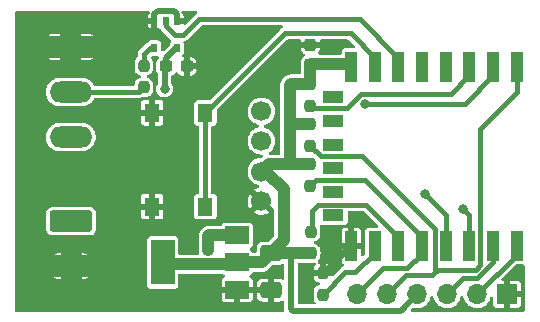
<source format=gbr>
%TF.GenerationSoftware,KiCad,Pcbnew,(6.0.9)*%
%TF.CreationDate,2022-12-13T11:25:14-05:00*%
%TF.ProjectId,ESP8266_Count,45535038-3236-4365-9f43-6f756e742e6b,v1*%
%TF.SameCoordinates,Original*%
%TF.FileFunction,Copper,L1,Top*%
%TF.FilePolarity,Positive*%
%FSLAX46Y46*%
G04 Gerber Fmt 4.6, Leading zero omitted, Abs format (unit mm)*
G04 Created by KiCad (PCBNEW (6.0.9)) date 2022-12-13 11:25:14*
%MOMM*%
%LPD*%
G01*
G04 APERTURE LIST*
G04 Aperture macros list*
%AMRoundRect*
0 Rectangle with rounded corners*
0 $1 Rounding radius*
0 $2 $3 $4 $5 $6 $7 $8 $9 X,Y pos of 4 corners*
0 Add a 4 corners polygon primitive as box body*
4,1,4,$2,$3,$4,$5,$6,$7,$8,$9,$2,$3,0*
0 Add four circle primitives for the rounded corners*
1,1,$1+$1,$2,$3*
1,1,$1+$1,$4,$5*
1,1,$1+$1,$6,$7*
1,1,$1+$1,$8,$9*
0 Add four rect primitives between the rounded corners*
20,1,$1+$1,$2,$3,$4,$5,0*
20,1,$1+$1,$4,$5,$6,$7,0*
20,1,$1+$1,$6,$7,$8,$9,0*
20,1,$1+$1,$8,$9,$2,$3,0*%
G04 Aperture macros list end*
%TA.AperFunction,SMDPad,CuDef*%
%ADD10RoundRect,0.237500X-0.237500X0.250000X-0.237500X-0.250000X0.237500X-0.250000X0.237500X0.250000X0*%
%TD*%
%TA.AperFunction,SMDPad,CuDef*%
%ADD11RoundRect,0.237500X0.237500X-0.300000X0.237500X0.300000X-0.237500X0.300000X-0.237500X-0.300000X0*%
%TD*%
%TA.AperFunction,SMDPad,CuDef*%
%ADD12R,1.000000X2.500000*%
%TD*%
%TA.AperFunction,SMDPad,CuDef*%
%ADD13R,1.800000X1.000000*%
%TD*%
%TA.AperFunction,SMDPad,CuDef*%
%ADD14RoundRect,0.237500X-0.300000X-0.237500X0.300000X-0.237500X0.300000X0.237500X-0.300000X0.237500X0*%
%TD*%
%TA.AperFunction,SMDPad,CuDef*%
%ADD15R,0.510000X0.700000*%
%TD*%
%TA.AperFunction,ComponentPad*%
%ADD16R,1.700000X1.700000*%
%TD*%
%TA.AperFunction,ComponentPad*%
%ADD17O,1.700000X1.700000*%
%TD*%
%TA.AperFunction,ComponentPad*%
%ADD18RoundRect,0.250000X-1.550000X0.650000X-1.550000X-0.650000X1.550000X-0.650000X1.550000X0.650000X0*%
%TD*%
%TA.AperFunction,ComponentPad*%
%ADD19O,3.600000X1.800000*%
%TD*%
%TA.AperFunction,ComponentPad*%
%ADD20C,1.700000*%
%TD*%
%TA.AperFunction,SMDPad,CuDef*%
%ADD21RoundRect,0.237500X0.237500X-0.250000X0.237500X0.250000X-0.237500X0.250000X-0.237500X-0.250000X0*%
%TD*%
%TA.AperFunction,SMDPad,CuDef*%
%ADD22R,1.300000X1.550000*%
%TD*%
%TA.AperFunction,SMDPad,CuDef*%
%ADD23RoundRect,0.250000X-0.650000X0.412500X-0.650000X-0.412500X0.650000X-0.412500X0.650000X0.412500X0*%
%TD*%
%TA.AperFunction,SMDPad,CuDef*%
%ADD24R,2.000000X1.500000*%
%TD*%
%TA.AperFunction,SMDPad,CuDef*%
%ADD25R,2.000000X3.800000*%
%TD*%
%TA.AperFunction,ViaPad*%
%ADD26C,0.800000*%
%TD*%
%TA.AperFunction,Conductor*%
%ADD27C,0.400000*%
%TD*%
%TA.AperFunction,Conductor*%
%ADD28C,0.500000*%
%TD*%
%TA.AperFunction,Conductor*%
%ADD29C,1.000000*%
%TD*%
G04 APERTURE END LIST*
D10*
%TO.P,R6,1*%
%TO.N,+3.3V*%
X135250000Y-72187500D03*
%TO.P,R6,2*%
%TO.N,GPIO0*%
X135250000Y-74012500D03*
%TD*%
D11*
%TO.P,C4,1*%
%TO.N,+3.3V*%
X135250000Y-63775000D03*
%TO.P,C4,2*%
%TO.N,GND*%
X135250000Y-62050000D03*
%TD*%
D12*
%TO.P,U3,1,~{RST}*%
%TO.N,RST*%
X152700000Y-63912500D03*
%TO.P,U3,2,ADC*%
%TO.N,IN1*%
X150700000Y-63912500D03*
%TO.P,U3,3,EN*%
%TO.N,/EN*%
X148700000Y-63912500D03*
%TO.P,U3,4,GPIO16*%
%TO.N,unconnected-(U3-Pad4)*%
X146700000Y-63912500D03*
%TO.P,U3,5,GPIO14*%
%TO.N,unconnected-(U3-Pad5)*%
X144700000Y-63912500D03*
%TO.P,U3,6,GPIO12*%
%TO.N,OUT1*%
X142700000Y-63912500D03*
%TO.P,U3,7,GPIO13*%
%TO.N,SW1*%
X140700000Y-63912500D03*
%TO.P,U3,8,VCC*%
%TO.N,+3.3V*%
X138700000Y-63912500D03*
D13*
%TO.P,U3,9,CS0*%
%TO.N,unconnected-(U3-Pad9)*%
X137200000Y-66512500D03*
%TO.P,U3,10,MISO*%
%TO.N,unconnected-(U3-Pad10)*%
X137200000Y-68512500D03*
%TO.P,U3,11,GPIO9*%
%TO.N,unconnected-(U3-Pad11)*%
X137200000Y-70512500D03*
%TO.P,U3,12,GPIO10*%
%TO.N,unconnected-(U3-Pad12)*%
X137200000Y-72512500D03*
%TO.P,U3,13,MOSI*%
%TO.N,unconnected-(U3-Pad13)*%
X137200000Y-74512500D03*
%TO.P,U3,14,SCLK*%
%TO.N,unconnected-(U3-Pad14)*%
X137200000Y-76512500D03*
D12*
%TO.P,U3,15,GND*%
%TO.N,GND*%
X138700000Y-79112500D03*
%TO.P,U3,16,GPIO15*%
%TO.N,/GPIO15*%
X140700000Y-79112500D03*
%TO.P,U3,17,GPIO2*%
%TO.N,/GPIO2*%
X142700000Y-79112500D03*
%TO.P,U3,18,GPIO0*%
%TO.N,GPIO0*%
X144700000Y-79112500D03*
%TO.P,U3,19,GPIO4*%
%TO.N,I2C_SDA*%
X146700000Y-79112500D03*
%TO.P,U3,20,GPIO5*%
%TO.N,I2C_SCL*%
X148700000Y-79112500D03*
%TO.P,U3,21,GPIO3/RXD*%
%TO.N,RXD*%
X150700000Y-79112500D03*
%TO.P,U3,22,GPIO1/TXD*%
%TO.N,TXD*%
X152700000Y-79112500D03*
%TD*%
D14*
%TO.P,C5,1*%
%TO.N,+5V*%
X123037500Y-63900000D03*
%TO.P,C5,2*%
%TO.N,GND*%
X124762500Y-63900000D03*
%TD*%
D15*
%TO.P,U4,1*%
%TO.N,GND*%
X123950000Y-60040000D03*
%TO.P,U4,2*%
%TO.N,OUT1*%
X123000000Y-60040000D03*
%TO.P,U4,3,GND*%
%TO.N,GND*%
X122050000Y-60040000D03*
%TO.P,U4,4*%
%TO.N,Net-(R7-Pad2)*%
X122050000Y-62360000D03*
%TO.P,U4,5,VCC*%
%TO.N,+5V*%
X123950000Y-62360000D03*
%TD*%
D16*
%TO.P,J1,1,Pin_1*%
%TO.N,GND*%
X151900000Y-83200000D03*
D17*
%TO.P,J1,2,Pin_2*%
%TO.N,TXD*%
X149360000Y-83200000D03*
%TO.P,J1,3,Pin_3*%
%TO.N,RXD*%
X146820000Y-83200000D03*
%TO.P,J1,4,Pin_4*%
%TO.N,+3.3V*%
X144280000Y-83200000D03*
%TO.P,J1,5,Pin_5*%
%TO.N,RST*%
X141740000Y-83200000D03*
%TO.P,J1,6,Pin_6*%
%TO.N,GPIO0*%
X139200000Y-83200000D03*
%TD*%
D18*
%TO.P,J2,1,Pin_1*%
%TO.N,GND*%
X114957500Y-62250000D03*
D19*
%TO.P,J2,2,Pin_2*%
%TO.N,/DOUT1*%
X114957500Y-66060000D03*
%TO.P,J2,3,Pin_3*%
%TO.N,VOUT1*%
X114957500Y-69870000D03*
%TD*%
D20*
%TO.P,J3,1,Pin_1*%
%TO.N,I2C_SDA*%
X131100000Y-67700000D03*
%TO.P,J3,2,Pin_2*%
%TO.N,I2C_SCL*%
X131100000Y-70200000D03*
%TO.P,J3,3,Pin_3*%
%TO.N,+3.3V*%
X131100000Y-72800000D03*
%TO.P,J3,4,Pin_4*%
%TO.N,GND*%
X131100000Y-75300000D03*
%TD*%
D21*
%TO.P,R5,1*%
%TO.N,+3.3V*%
X135300000Y-79712500D03*
%TO.P,R5,2*%
%TO.N,/GPIO2*%
X135300000Y-77887500D03*
%TD*%
D18*
%TO.P,TB1,1,P1*%
%TO.N,VIN1*%
X115000000Y-77000000D03*
D19*
%TO.P,TB1,2,P2*%
%TO.N,GND*%
X115000000Y-80810000D03*
%TD*%
D10*
%TO.P,R3,1*%
%TO.N,+3.3V*%
X135250000Y-68787500D03*
%TO.P,R3,2*%
%TO.N,RST*%
X135250000Y-70612500D03*
%TD*%
D22*
%TO.P,SW1,1,1*%
%TO.N,SW1*%
X126350000Y-67825000D03*
X126350000Y-75775000D03*
%TO.P,SW1,2,2*%
%TO.N,GND*%
X121850000Y-75775000D03*
X121850000Y-67825000D03*
%TD*%
D23*
%TO.P,C1,1*%
%TO.N,+3.3V*%
X131900000Y-79712500D03*
%TO.P,C1,2*%
%TO.N,GND*%
X131900000Y-82837500D03*
%TD*%
D24*
%TO.P,U1,1,GND*%
%TO.N,GND*%
X129050000Y-82800000D03*
%TO.P,U1,2,VO*%
%TO.N,+3.3V*%
X129050000Y-80500000D03*
D25*
X122750000Y-80500000D03*
D24*
%TO.P,U1,3,VI*%
%TO.N,+5V*%
X129050000Y-78200000D03*
%TD*%
D21*
%TO.P,R7,1*%
%TO.N,/DOUT1*%
X121150000Y-65662500D03*
%TO.P,R7,2*%
%TO.N,Net-(R7-Pad2)*%
X121150000Y-63837500D03*
%TD*%
D10*
%TO.P,R2,1*%
%TO.N,+3.3V*%
X135250000Y-65387500D03*
%TO.P,R2,2*%
%TO.N,/EN*%
X135250000Y-67212500D03*
%TD*%
D21*
%TO.P,R4,1*%
%TO.N,/GPIO15*%
X136300000Y-83212500D03*
%TO.P,R4,2*%
%TO.N,GND*%
X136300000Y-81387500D03*
%TD*%
D26*
%TO.N,IN1*%
X139850000Y-67050000D03*
%TO.N,GND*%
X120550000Y-60000000D03*
X125400000Y-62550000D03*
X126150000Y-63800000D03*
X124650000Y-65200000D03*
X139250000Y-76750000D03*
X125050000Y-83100000D03*
X124800000Y-69600000D03*
X131900000Y-84250000D03*
X118850000Y-80300000D03*
X136900000Y-79000000D03*
X128140332Y-69290332D03*
X120300000Y-67850000D03*
X137000000Y-62200000D03*
X119800000Y-62350000D03*
X120700000Y-83150000D03*
X126500000Y-83100000D03*
X120600000Y-84050000D03*
X120400000Y-81700000D03*
X133650000Y-62200000D03*
X133500000Y-63700000D03*
X135100000Y-82300000D03*
X119850000Y-64700000D03*
X130850000Y-61300000D03*
%TO.N,+5V*%
X126600000Y-78300000D03*
X122900000Y-65800000D03*
X126600000Y-79450000D03*
X129050000Y-78200000D03*
%TO.N,I2C_SDA*%
X144949998Y-74700000D03*
%TO.N,I2C_SCL*%
X148200000Y-76000000D03*
%TD*%
D27*
%TO.N,IN1*%
X150700000Y-63912500D02*
X150700000Y-64662500D01*
X150700000Y-64662500D02*
X148312500Y-67050000D01*
X148312500Y-67050000D02*
X139850000Y-67050000D01*
D28*
%TO.N,GND*%
X123665000Y-59200000D02*
X123950000Y-59485000D01*
X138700000Y-79112500D02*
X138687500Y-79112500D01*
X122050000Y-60040000D02*
X122050000Y-59485000D01*
X123950000Y-59485000D02*
X123950000Y-60040000D01*
X138687500Y-79112500D02*
X136412500Y-81387500D01*
X122050000Y-59485000D02*
X122335000Y-59200000D01*
X136412500Y-81387500D02*
X136300000Y-81387500D01*
X122335000Y-59200000D02*
X123665000Y-59200000D01*
D29*
%TO.N,+5V*%
X126600000Y-78300000D02*
X126600000Y-79450000D01*
X126700000Y-78200000D02*
X126600000Y-78300000D01*
X129050000Y-78200000D02*
X126700000Y-78200000D01*
D28*
X123037500Y-63162500D02*
X123037500Y-63900000D01*
X123840000Y-62360000D02*
X123037500Y-63162500D01*
X122900000Y-65800000D02*
X122900000Y-64037500D01*
X122900000Y-64037500D02*
X123037500Y-63900000D01*
X123950000Y-62360000D02*
X123840000Y-62360000D01*
D27*
%TO.N,/DOUT1*%
X120752500Y-66060000D02*
X114357500Y-66060000D01*
X121150000Y-65662500D02*
X120752500Y-66060000D01*
D29*
%TO.N,+3.3V*%
X131100000Y-72800000D02*
X131712500Y-72187500D01*
X133000000Y-78612500D02*
X133000000Y-74275000D01*
X133500000Y-72187501D02*
X135250002Y-72187501D01*
X133612500Y-65387500D02*
X135250000Y-65387500D01*
X131900000Y-79712500D02*
X133000000Y-78612500D01*
X133500000Y-67300000D02*
X133500000Y-72187501D01*
X133512500Y-79712500D02*
X131900000Y-79712500D01*
X133000000Y-74275000D02*
X131525000Y-72800000D01*
D28*
X133600000Y-84400000D02*
X133600000Y-79800000D01*
D29*
X135237500Y-68800000D02*
X133700000Y-68800000D01*
X129050000Y-80500000D02*
X131112500Y-80500000D01*
X131712500Y-72187500D02*
X135250000Y-72187500D01*
X133700000Y-68800000D02*
X133500000Y-68600000D01*
X131112500Y-80500000D02*
X131900000Y-79712500D01*
X135250000Y-63775000D02*
X135324000Y-63701000D01*
X135250000Y-68787500D02*
X135237500Y-68800000D01*
D28*
X133600000Y-79800000D02*
X133512500Y-79712500D01*
D29*
X135250000Y-65387500D02*
X135250000Y-63775000D01*
X133500000Y-65500000D02*
X133612500Y-65387500D01*
X135300000Y-79712500D02*
X133512500Y-79712500D01*
X135324000Y-63701000D02*
X138488500Y-63701000D01*
X122750000Y-80500000D02*
X122900000Y-80650000D01*
D28*
X144280000Y-83200000D02*
X142880000Y-84600000D01*
X142880000Y-84600000D02*
X133800000Y-84600000D01*
X133800000Y-84600000D02*
X133600000Y-84400000D01*
D29*
X133500000Y-68600000D02*
X133500000Y-65500000D01*
X122900000Y-80650000D02*
X128900000Y-80650000D01*
X138488500Y-63701000D02*
X138700000Y-63912500D01*
X131525000Y-72800000D02*
X131100000Y-72800000D01*
X128900000Y-80650000D02*
X129050000Y-80500000D01*
D28*
X135250000Y-72187500D02*
X135250002Y-72187501D01*
D29*
X129100000Y-80450000D02*
X129050000Y-80500000D01*
D27*
%TO.N,OUT1*%
X142700000Y-63162500D02*
X139437500Y-59900000D01*
X123000000Y-60495000D02*
X123000000Y-60040000D01*
X125850000Y-59900000D02*
X124500000Y-61250000D01*
X123755000Y-61250000D02*
X123000000Y-60495000D01*
X139437500Y-59900000D02*
X125850000Y-59900000D01*
X142700000Y-63912500D02*
X142700000Y-63162500D01*
X124500000Y-61250000D02*
X123755000Y-61250000D01*
%TO.N,/EN*%
X135450000Y-67412500D02*
X135250000Y-67212500D01*
X139518836Y-66250500D02*
X138356836Y-67412500D01*
X138356836Y-67412500D02*
X135450000Y-67412500D01*
X148700000Y-64662500D02*
X147112000Y-66250500D01*
X147112000Y-66250500D02*
X139518836Y-66250500D01*
X148700000Y-63912500D02*
X148700000Y-64662500D01*
%TO.N,/GPIO15*%
X138212500Y-81300000D02*
X136300000Y-83212500D01*
X139062500Y-81300000D02*
X138212500Y-81300000D01*
X140700000Y-79112500D02*
X140700000Y-79662500D01*
X140700000Y-79662500D02*
X139062500Y-81300000D01*
%TO.N,/GPIO2*%
X135900000Y-75612500D02*
X135350000Y-76162500D01*
X135350000Y-76162500D02*
X135350000Y-77837500D01*
X139950000Y-75612500D02*
X135900000Y-75612500D01*
X135350000Y-77837500D02*
X135300000Y-77887500D01*
X142700000Y-79112500D02*
X142700000Y-78362500D01*
X142700000Y-78362500D02*
X139950000Y-75612500D01*
%TO.N,RXD*%
X150700000Y-79112500D02*
X150700000Y-80480161D01*
X150700000Y-80480161D02*
X149367661Y-81812500D01*
X149367661Y-81812500D02*
X148207500Y-81812500D01*
X148207500Y-81812500D02*
X146820000Y-83200000D01*
%TO.N,TXD*%
X152700000Y-79860000D02*
X149360000Y-83200000D01*
X152700000Y-79112500D02*
X152700000Y-79860000D01*
%TO.N,RST*%
X139650000Y-71500000D02*
X136137500Y-71500000D01*
X143340000Y-81600000D02*
X141740000Y-83200000D01*
X145800000Y-81312500D02*
X145800000Y-77650000D01*
X152700000Y-66100000D02*
X152700000Y-63912500D01*
X145800000Y-81312500D02*
X146012500Y-81100000D01*
X149232339Y-81100000D02*
X149600000Y-80732339D01*
X145800000Y-77650000D02*
X139650000Y-71500000D01*
X145512500Y-81600000D02*
X143340000Y-81600000D01*
X146012500Y-81100000D02*
X149232339Y-81100000D01*
X136137500Y-71500000D02*
X135250000Y-70612500D01*
X149600000Y-69200000D02*
X152700000Y-66100000D01*
X145800000Y-81312500D02*
X145512500Y-81600000D01*
X149600000Y-80732339D02*
X149600000Y-69200000D01*
%TO.N,GPIO0*%
X144700000Y-78362500D02*
X139837500Y-73500000D01*
X135762500Y-73500000D02*
X135250000Y-74012500D01*
X144700000Y-79754678D02*
X143454678Y-81000000D01*
X139837500Y-73500000D02*
X135762500Y-73500000D01*
X141400000Y-81000000D02*
X139200000Y-83200000D01*
X144700000Y-79112500D02*
X144700000Y-79754678D01*
X144700000Y-79112500D02*
X144700000Y-78362500D01*
X143454678Y-81000000D02*
X141400000Y-81000000D01*
%TO.N,Net-(R7-Pad2)*%
X122050000Y-62360000D02*
X121640000Y-62360000D01*
X121150000Y-62850000D02*
X121150000Y-63837500D01*
X121640000Y-62360000D02*
X121150000Y-62850000D01*
%TO.N,I2C_SDA*%
X146700000Y-76450002D02*
X144949998Y-74700000D01*
X146700000Y-79112500D02*
X146700000Y-76450002D01*
%TO.N,I2C_SCL*%
X148700000Y-76500000D02*
X148200000Y-76000000D01*
X148700000Y-79112500D02*
X148700000Y-76500000D01*
%TO.N,SW1*%
X126350000Y-75775000D02*
X126350000Y-67825000D01*
X138650000Y-61112500D02*
X133062500Y-61112500D01*
X133062500Y-61112500D02*
X126350000Y-67825000D01*
X140700000Y-63162500D02*
X138650000Y-61112500D01*
X140700000Y-63912500D02*
X140700000Y-63162500D01*
%TD*%
%TA.AperFunction,Conductor*%
%TO.N,GND*%
G36*
X153253291Y-80670879D02*
G01*
X153320631Y-80682249D01*
X153373133Y-80730041D01*
X153391500Y-80795548D01*
X153391500Y-84565500D01*
X153371498Y-84633621D01*
X153317842Y-84680114D01*
X153265500Y-84691500D01*
X143882528Y-84691500D01*
X143814407Y-84671498D01*
X143767914Y-84617842D01*
X143757810Y-84547568D01*
X143787304Y-84482988D01*
X143793433Y-84476405D01*
X143906280Y-84363558D01*
X143968592Y-84329532D01*
X144023180Y-84329760D01*
X144128138Y-84353509D01*
X144133912Y-84353736D01*
X144133913Y-84353736D01*
X144169213Y-84355123D01*
X144340891Y-84361869D01*
X144346600Y-84361041D01*
X144346604Y-84361041D01*
X144545890Y-84332145D01*
X144545894Y-84332144D01*
X144551605Y-84331316D01*
X144753223Y-84262876D01*
X144938993Y-84158840D01*
X145102693Y-84022693D01*
X145238840Y-83858993D01*
X145342876Y-83673223D01*
X145411316Y-83471605D01*
X145412953Y-83460315D01*
X145423202Y-83389634D01*
X145452773Y-83325088D01*
X145512545Y-83286776D01*
X145583541Y-83286862D01*
X145643221Y-83325317D01*
X145669694Y-83382302D01*
X145670861Y-83382006D01*
X145723272Y-83588372D01*
X145725689Y-83593615D01*
X145762389Y-83673223D01*
X145812411Y-83781731D01*
X145935296Y-83955609D01*
X146087809Y-84104181D01*
X146092605Y-84107386D01*
X146092608Y-84107388D01*
X146164088Y-84155149D01*
X146264843Y-84222471D01*
X146270146Y-84224749D01*
X146270149Y-84224751D01*
X146352324Y-84260056D01*
X146460470Y-84306519D01*
X146536316Y-84323681D01*
X146662501Y-84352234D01*
X146662506Y-84352235D01*
X146668138Y-84353509D01*
X146673909Y-84353736D01*
X146673911Y-84353736D01*
X146729546Y-84355922D01*
X146880891Y-84361869D01*
X146886600Y-84361041D01*
X146886604Y-84361041D01*
X147085890Y-84332145D01*
X147085894Y-84332144D01*
X147091605Y-84331316D01*
X147293223Y-84262876D01*
X147478993Y-84158840D01*
X147642693Y-84022693D01*
X147778840Y-83858993D01*
X147882876Y-83673223D01*
X147951316Y-83471605D01*
X147952953Y-83460315D01*
X147963202Y-83389634D01*
X147992773Y-83325088D01*
X148052545Y-83286776D01*
X148123541Y-83286862D01*
X148183221Y-83325317D01*
X148209694Y-83382302D01*
X148210861Y-83382006D01*
X148263272Y-83588372D01*
X148265689Y-83593615D01*
X148302389Y-83673223D01*
X148352411Y-83781731D01*
X148475296Y-83955609D01*
X148627809Y-84104181D01*
X148632605Y-84107386D01*
X148632608Y-84107388D01*
X148704088Y-84155149D01*
X148804843Y-84222471D01*
X148810146Y-84224749D01*
X148810149Y-84224751D01*
X148892324Y-84260056D01*
X149000470Y-84306519D01*
X149076316Y-84323681D01*
X149202501Y-84352234D01*
X149202506Y-84352235D01*
X149208138Y-84353509D01*
X149213909Y-84353736D01*
X149213911Y-84353736D01*
X149269546Y-84355922D01*
X149420891Y-84361869D01*
X149426600Y-84361041D01*
X149426604Y-84361041D01*
X149625890Y-84332145D01*
X149625894Y-84332144D01*
X149631605Y-84331316D01*
X149833223Y-84262876D01*
X150018993Y-84158840D01*
X150182693Y-84022693D01*
X150318840Y-83858993D01*
X150422876Y-83673223D01*
X150480008Y-83504917D01*
X150489458Y-83477079D01*
X150489459Y-83477075D01*
X150491316Y-83471605D01*
X150492145Y-83465888D01*
X150493483Y-83460315D01*
X150528837Y-83398747D01*
X150591865Y-83366066D01*
X150662555Y-83372649D01*
X150718466Y-83416405D01*
X150742001Y-83489733D01*
X150742001Y-84092031D01*
X150742441Y-84099461D01*
X150744078Y-84113220D01*
X150749036Y-84131262D01*
X150787048Y-84216841D01*
X150800007Y-84235696D01*
X150864741Y-84300317D01*
X150883618Y-84313242D01*
X150969248Y-84351099D01*
X150987330Y-84356028D01*
X151000600Y-84357575D01*
X151007904Y-84358000D01*
X151627885Y-84358000D01*
X151643124Y-84353525D01*
X151644329Y-84352135D01*
X151646000Y-84344452D01*
X151646000Y-84339884D01*
X152154000Y-84339884D01*
X152158475Y-84355123D01*
X152159865Y-84356328D01*
X152167548Y-84357999D01*
X152792031Y-84357999D01*
X152799461Y-84357559D01*
X152813220Y-84355922D01*
X152831262Y-84350964D01*
X152916841Y-84312952D01*
X152935696Y-84299993D01*
X153000317Y-84235259D01*
X153013242Y-84216382D01*
X153051099Y-84130752D01*
X153056028Y-84112670D01*
X153057575Y-84099400D01*
X153058000Y-84092096D01*
X153058000Y-83472115D01*
X153053525Y-83456876D01*
X153052135Y-83455671D01*
X153044452Y-83454000D01*
X152172115Y-83454000D01*
X152156876Y-83458475D01*
X152155671Y-83459865D01*
X152154000Y-83467548D01*
X152154000Y-84339884D01*
X151646000Y-84339884D01*
X151646000Y-82927885D01*
X152154000Y-82927885D01*
X152158475Y-82943124D01*
X152159865Y-82944329D01*
X152167548Y-82946000D01*
X153039884Y-82946000D01*
X153055123Y-82941525D01*
X153056328Y-82940135D01*
X153057999Y-82932452D01*
X153057999Y-82307969D01*
X153057559Y-82300539D01*
X153055922Y-82286780D01*
X153050964Y-82268738D01*
X153012952Y-82183159D01*
X152999993Y-82164304D01*
X152935259Y-82099683D01*
X152916382Y-82086758D01*
X152830752Y-82048901D01*
X152812670Y-82043972D01*
X152799400Y-82042425D01*
X152792096Y-82042000D01*
X152172115Y-82042000D01*
X152156876Y-82046475D01*
X152155671Y-82047865D01*
X152154000Y-82055548D01*
X152154000Y-82927885D01*
X151646000Y-82927885D01*
X151646000Y-82060116D01*
X151641525Y-82044877D01*
X151640135Y-82043672D01*
X151632452Y-82042001D01*
X151541316Y-82042001D01*
X151473195Y-82021999D01*
X151426702Y-81968343D01*
X151416598Y-81898069D01*
X151446092Y-81833489D01*
X151452221Y-81826906D01*
X152571222Y-80707905D01*
X152633534Y-80673879D01*
X152660317Y-80671000D01*
X153203329Y-80670999D01*
X153245834Y-80670999D01*
X153250626Y-80670429D01*
X153250911Y-80670477D01*
X153253259Y-80670338D01*
X153253291Y-80670879D01*
G37*
%TD.AperFunction*%
%TA.AperFunction,Conductor*%
G36*
X121608484Y-59228502D02*
G01*
X121654977Y-59282158D01*
X121665081Y-59352432D01*
X121635587Y-59417012D01*
X121611731Y-59438340D01*
X121609302Y-59440009D01*
X121544683Y-59504741D01*
X121531758Y-59523618D01*
X121493901Y-59609248D01*
X121488972Y-59627330D01*
X121487425Y-59640600D01*
X121487000Y-59647904D01*
X121487000Y-59767885D01*
X121491475Y-59783124D01*
X121492865Y-59784329D01*
X121500548Y-59786000D01*
X122178000Y-59786000D01*
X122246121Y-59806002D01*
X122292614Y-59859658D01*
X122304000Y-59912000D01*
X122304000Y-60679884D01*
X122308475Y-60695123D01*
X122309865Y-60696328D01*
X122317548Y-60697999D01*
X122347031Y-60697999D01*
X122354461Y-60697559D01*
X122368220Y-60695922D01*
X122386257Y-60690965D01*
X122390241Y-60689196D01*
X122395003Y-60688562D01*
X122395374Y-60688460D01*
X122395388Y-60688511D01*
X122460617Y-60679825D01*
X122524887Y-60709989D01*
X122545853Y-60736588D01*
X122546406Y-60736184D01*
X122551019Y-60742499D01*
X122552473Y-60744987D01*
X122552640Y-60745199D01*
X122553076Y-60746019D01*
X122561915Y-60761145D01*
X122563494Y-60763614D01*
X122567208Y-60771782D01*
X122598115Y-60807652D01*
X122604401Y-60815569D01*
X122609548Y-60822615D01*
X122609553Y-60822620D01*
X122612425Y-60826552D01*
X122623400Y-60837527D01*
X122629758Y-60844374D01*
X122662287Y-60882127D01*
X122669822Y-60887011D01*
X122676066Y-60892458D01*
X122687931Y-60902058D01*
X123345177Y-61559304D01*
X123352800Y-61568844D01*
X123353168Y-61568530D01*
X123358986Y-61575366D01*
X123363776Y-61582958D01*
X123370504Y-61588900D01*
X123404125Y-61618593D01*
X123409812Y-61623939D01*
X123421255Y-61635382D01*
X123426191Y-61639082D01*
X123426527Y-61639530D01*
X123428230Y-61641007D01*
X123427908Y-61641378D01*
X123468706Y-61695939D01*
X123473732Y-61766757D01*
X123448392Y-61813184D01*
X123450834Y-61814856D01*
X123444261Y-61824456D01*
X123436043Y-61832688D01*
X123389574Y-61937800D01*
X123388477Y-61947212D01*
X123386932Y-61960463D01*
X123386500Y-61964165D01*
X123386500Y-61971470D01*
X123366498Y-62039591D01*
X123349596Y-62060565D01*
X123021567Y-62388595D01*
X122828596Y-62581566D01*
X122766283Y-62615591D01*
X122695468Y-62610527D01*
X122638632Y-62567980D01*
X122613821Y-62501460D01*
X122613500Y-62492471D01*
X122613499Y-61967893D01*
X122613499Y-61964166D01*
X122610300Y-61937267D01*
X122563647Y-61832237D01*
X122482312Y-61751043D01*
X122469046Y-61745178D01*
X122455897Y-61739365D01*
X122377200Y-61704574D01*
X122360164Y-61702588D01*
X122354474Y-61701924D01*
X122354469Y-61701924D01*
X122350835Y-61701500D01*
X122052647Y-61701500D01*
X121749166Y-61701501D01*
X121745469Y-61701941D01*
X121745463Y-61701941D01*
X121733920Y-61703314D01*
X121722267Y-61704700D01*
X121617237Y-61751353D01*
X121542443Y-61826277D01*
X121542437Y-61826282D01*
X121536043Y-61832688D01*
X121535480Y-61832126D01*
X121491973Y-61868666D01*
X121452709Y-61886519D01*
X121443349Y-61890329D01*
X121407262Y-61903356D01*
X121407260Y-61903357D01*
X121398820Y-61906404D01*
X121391576Y-61911696D01*
X121388982Y-61913075D01*
X121373843Y-61921922D01*
X121371383Y-61923495D01*
X121363218Y-61927208D01*
X121356424Y-61933062D01*
X121356421Y-61933064D01*
X121350925Y-61937800D01*
X121327343Y-61958119D01*
X121319428Y-61964403D01*
X121312382Y-61969550D01*
X121312375Y-61969556D01*
X121308448Y-61972425D01*
X121297473Y-61983400D01*
X121290626Y-61989758D01*
X121252873Y-62022287D01*
X121247989Y-62029822D01*
X121242542Y-62036066D01*
X121232942Y-62047931D01*
X120840696Y-62440177D01*
X120831156Y-62447800D01*
X120831470Y-62448168D01*
X120824634Y-62453986D01*
X120817042Y-62458776D01*
X120811100Y-62465504D01*
X120781407Y-62499125D01*
X120776061Y-62504812D01*
X120764618Y-62516255D01*
X120758978Y-62523780D01*
X120758341Y-62524630D01*
X120751967Y-62532459D01*
X120720622Y-62567951D01*
X120716808Y-62576074D01*
X120715174Y-62578562D01*
X120706186Y-62593523D01*
X120704771Y-62596108D01*
X120699384Y-62603295D01*
X120692999Y-62620327D01*
X120682759Y-62647642D01*
X120678833Y-62656958D01*
X120658719Y-62699800D01*
X120657338Y-62708669D01*
X120656472Y-62711502D01*
X120652042Y-62728389D01*
X120651408Y-62731274D01*
X120648255Y-62739684D01*
X120647590Y-62748639D01*
X120644746Y-62786906D01*
X120643592Y-62796952D01*
X120642627Y-62803152D01*
X120641500Y-62810386D01*
X120641500Y-62825906D01*
X120641154Y-62835243D01*
X120637461Y-62884941D01*
X120639335Y-62893720D01*
X120639898Y-62901978D01*
X120641500Y-62917161D01*
X120641500Y-63045137D01*
X120621498Y-63113258D01*
X120591679Y-63145500D01*
X120529633Y-63192595D01*
X120529629Y-63192599D01*
X120522790Y-63197790D01*
X120517599Y-63204629D01*
X120517596Y-63204632D01*
X120487061Y-63244861D01*
X120432345Y-63316947D01*
X120429185Y-63324928D01*
X120429184Y-63324930D01*
X120411885Y-63368623D01*
X120377276Y-63456036D01*
X120366500Y-63545083D01*
X120366501Y-64129916D01*
X120366956Y-64133674D01*
X120366956Y-64133679D01*
X120372089Y-64176095D01*
X120377276Y-64218964D01*
X120432345Y-64358053D01*
X120522790Y-64477210D01*
X120641947Y-64567655D01*
X120649928Y-64570815D01*
X120649930Y-64570816D01*
X120708747Y-64594103D01*
X120781036Y-64622724D01*
X120799125Y-64624913D01*
X120864348Y-64652955D01*
X120904057Y-64711808D01*
X120905644Y-64782787D01*
X120868605Y-64843356D01*
X120799119Y-64875088D01*
X120796492Y-64875406D01*
X120789067Y-64876304D01*
X120789065Y-64876304D01*
X120781036Y-64877276D01*
X120773515Y-64880254D01*
X120773514Y-64880254D01*
X120649930Y-64929184D01*
X120649928Y-64929185D01*
X120641947Y-64932345D01*
X120522790Y-65022790D01*
X120432345Y-65141947D01*
X120429185Y-65149928D01*
X120429184Y-65149930D01*
X120402111Y-65218309D01*
X120377276Y-65281036D01*
X120366500Y-65370083D01*
X120366500Y-65425500D01*
X120346498Y-65493621D01*
X120292842Y-65540114D01*
X120240500Y-65551500D01*
X117031873Y-65551500D01*
X116963752Y-65531498D01*
X116919907Y-65483289D01*
X116884568Y-65414821D01*
X116881995Y-65409836D01*
X116828264Y-65339812D01*
X116754085Y-65243140D01*
X116754081Y-65243136D01*
X116750669Y-65238689D01*
X116647552Y-65144860D01*
X116595258Y-65097276D01*
X116595255Y-65097274D01*
X116591111Y-65093503D01*
X116539205Y-65060942D01*
X116413121Y-64981849D01*
X116413117Y-64981847D01*
X116408365Y-64978866D01*
X116208207Y-64898403D01*
X115996963Y-64854656D01*
X115992352Y-64854390D01*
X115992351Y-64854390D01*
X115944048Y-64851605D01*
X115944044Y-64851605D01*
X115942225Y-64851500D01*
X114002765Y-64851500D01*
X113999978Y-64851749D01*
X113999972Y-64851749D01*
X113933260Y-64857703D01*
X113842628Y-64865792D01*
X113727585Y-64897264D01*
X113639964Y-64921234D01*
X113639960Y-64921235D01*
X113634548Y-64922716D01*
X113439837Y-65015589D01*
X113264649Y-65141474D01*
X113216930Y-65190716D01*
X113121614Y-65289075D01*
X113114523Y-65296392D01*
X113022248Y-65433711D01*
X113002630Y-65462907D01*
X112994203Y-65475447D01*
X112991944Y-65480593D01*
X112991943Y-65480595D01*
X112989771Y-65485544D01*
X112907492Y-65672980D01*
X112857132Y-65882745D01*
X112844714Y-66098113D01*
X112845389Y-66103691D01*
X112856352Y-66194283D01*
X112870630Y-66312277D01*
X112872277Y-66317631D01*
X112872278Y-66317635D01*
X112919617Y-66471510D01*
X112934063Y-66518466D01*
X112965631Y-66579629D01*
X113023603Y-66691947D01*
X113033005Y-66710164D01*
X113068011Y-66755785D01*
X113160915Y-66876860D01*
X113160919Y-66876864D01*
X113164331Y-66881311D01*
X113213569Y-66926114D01*
X113319742Y-67022724D01*
X113319745Y-67022726D01*
X113323889Y-67026497D01*
X113328641Y-67029478D01*
X113501879Y-67138151D01*
X113501883Y-67138153D01*
X113506635Y-67141134D01*
X113706793Y-67221597D01*
X113918037Y-67265344D01*
X113922648Y-67265610D01*
X113922649Y-67265610D01*
X113970952Y-67268395D01*
X113970956Y-67268395D01*
X113972775Y-67268500D01*
X115912235Y-67268500D01*
X115915022Y-67268251D01*
X115915028Y-67268251D01*
X115981740Y-67262297D01*
X116072372Y-67254208D01*
X116199240Y-67219501D01*
X116275036Y-67198766D01*
X116275040Y-67198765D01*
X116280452Y-67197284D01*
X116475163Y-67104411D01*
X116650351Y-66978526D01*
X116752915Y-66872688D01*
X116796574Y-66827636D01*
X116796576Y-66827633D01*
X116800477Y-66823608D01*
X116859757Y-66735390D01*
X116917671Y-66649206D01*
X116917674Y-66649200D01*
X116920797Y-66644553D01*
X116923051Y-66639419D01*
X116925754Y-66634501D01*
X116927949Y-66635707D01*
X116966820Y-66589505D01*
X117036477Y-66568500D01*
X120681428Y-66568500D01*
X120693558Y-66569855D01*
X120693597Y-66569373D01*
X120702544Y-66570093D01*
X120711300Y-66572074D01*
X120765008Y-66568742D01*
X120772810Y-66568500D01*
X120789013Y-66568500D01*
X120797929Y-66567223D01*
X120799378Y-66567016D01*
X120809428Y-66565987D01*
X120847716Y-66563611D01*
X120856677Y-66563055D01*
X120865123Y-66560006D01*
X120868014Y-66559407D01*
X120884980Y-66555178D01*
X120887805Y-66554352D01*
X120896687Y-66553080D01*
X120939798Y-66533478D01*
X120949149Y-66529672D01*
X120985235Y-66516645D01*
X120993681Y-66513596D01*
X121000929Y-66508301D01*
X121003527Y-66506920D01*
X121018645Y-66498085D01*
X121021114Y-66496506D01*
X121029282Y-66492792D01*
X121036078Y-66486936D01*
X121043645Y-66482097D01*
X121044839Y-66483964D01*
X121098300Y-66459732D01*
X121115877Y-66458500D01*
X121402847Y-66458499D01*
X121429916Y-66458499D01*
X121433674Y-66458044D01*
X121433679Y-66458044D01*
X121510934Y-66448696D01*
X121510937Y-66448695D01*
X121518964Y-66447724D01*
X121526486Y-66444746D01*
X121650070Y-66395816D01*
X121650072Y-66395815D01*
X121658053Y-66392655D01*
X121777210Y-66302210D01*
X121867655Y-66183053D01*
X121870879Y-66174912D01*
X121897889Y-66106691D01*
X121922724Y-66043964D01*
X121924752Y-66027210D01*
X121931627Y-65970393D01*
X121933500Y-65954917D01*
X121933499Y-65370084D01*
X121933044Y-65366321D01*
X121923696Y-65289066D01*
X121923695Y-65289063D01*
X121922724Y-65281036D01*
X121905134Y-65236609D01*
X121870816Y-65149930D01*
X121870815Y-65149928D01*
X121867655Y-65141947D01*
X121777210Y-65022790D01*
X121658053Y-64932345D01*
X121650072Y-64929185D01*
X121650070Y-64929184D01*
X121569448Y-64897264D01*
X121518964Y-64877276D01*
X121500875Y-64875087D01*
X121435652Y-64847045D01*
X121395943Y-64788192D01*
X121394356Y-64717213D01*
X121431395Y-64656644D01*
X121500881Y-64624912D01*
X121503508Y-64624594D01*
X121510933Y-64623696D01*
X121510935Y-64623696D01*
X121518964Y-64622724D01*
X121538748Y-64614891D01*
X121650070Y-64570816D01*
X121650072Y-64570815D01*
X121658053Y-64567655D01*
X121777210Y-64477210D01*
X121867655Y-64358053D01*
X121922724Y-64218964D01*
X121933500Y-64129917D01*
X121933499Y-63545084D01*
X121933044Y-63541321D01*
X121923696Y-63464066D01*
X121923695Y-63464063D01*
X121922724Y-63456036D01*
X121914939Y-63436372D01*
X121870816Y-63324930D01*
X121870815Y-63324928D01*
X121867655Y-63316947D01*
X121794584Y-63220679D01*
X121769330Y-63154327D01*
X121783958Y-63084853D01*
X121833825Y-63034318D01*
X121894946Y-63018500D01*
X122215197Y-63018499D01*
X122308405Y-63018499D01*
X122376525Y-63038501D01*
X122423019Y-63092156D01*
X122433123Y-63162430D01*
X122403630Y-63227011D01*
X122384585Y-63244861D01*
X122347790Y-63272790D01*
X122257345Y-63391947D01*
X122254185Y-63399928D01*
X122254184Y-63399930D01*
X122248066Y-63415382D01*
X122202276Y-63531036D01*
X122201303Y-63539074D01*
X122201303Y-63539075D01*
X122200117Y-63548878D01*
X122191500Y-63620083D01*
X122191501Y-64179916D01*
X122191956Y-64183674D01*
X122191956Y-64183679D01*
X122197137Y-64226490D01*
X122202276Y-64268964D01*
X122257345Y-64408053D01*
X122262535Y-64414891D01*
X122262537Y-64414894D01*
X122315863Y-64485149D01*
X122341116Y-64551502D01*
X122341500Y-64561328D01*
X122341500Y-65322593D01*
X122318587Y-65395044D01*
X122271010Y-65462739D01*
X122253073Y-65508745D01*
X122217931Y-65598880D01*
X122208718Y-65622509D01*
X122207726Y-65630042D01*
X122207726Y-65630043D01*
X122188101Y-65779114D01*
X122186335Y-65792526D01*
X122193221Y-65854896D01*
X122203628Y-65949160D01*
X122205153Y-65962975D01*
X122207762Y-65970106D01*
X122207763Y-65970108D01*
X122215688Y-65991764D01*
X122264085Y-66124015D01*
X122268322Y-66130321D01*
X122268324Y-66130324D01*
X122298393Y-66175070D01*
X122359730Y-66266349D01*
X122486565Y-66381760D01*
X122637268Y-66463585D01*
X122803139Y-66507101D01*
X122890586Y-66508474D01*
X122967003Y-66509675D01*
X122967006Y-66509675D01*
X122974602Y-66509794D01*
X122982006Y-66508098D01*
X122982008Y-66508098D01*
X123085059Y-66484496D01*
X123141759Y-66471510D01*
X123294958Y-66394459D01*
X123300729Y-66389530D01*
X123300732Y-66389528D01*
X123419578Y-66288023D01*
X123425355Y-66283089D01*
X123506801Y-66169746D01*
X123520992Y-66149998D01*
X123520993Y-66149997D01*
X123525424Y-66143830D01*
X123589385Y-65984720D01*
X123592480Y-65962975D01*
X123612966Y-65819031D01*
X123612966Y-65819027D01*
X123613547Y-65814947D01*
X123613704Y-65800000D01*
X123608298Y-65755326D01*
X123594015Y-65637299D01*
X123594014Y-65637296D01*
X123593102Y-65629758D01*
X123581435Y-65598880D01*
X123535171Y-65476447D01*
X123532487Y-65469344D01*
X123499362Y-65421147D01*
X123480660Y-65393935D01*
X123458500Y-65322568D01*
X123458500Y-64762497D01*
X123478502Y-64694376D01*
X123538116Y-64645345D01*
X123600070Y-64620816D01*
X123600072Y-64620815D01*
X123608053Y-64617655D01*
X123727210Y-64527210D01*
X123732673Y-64520013D01*
X123799952Y-64431377D01*
X123857070Y-64389210D01*
X123927918Y-64384618D01*
X123990002Y-64419058D01*
X124000676Y-64431377D01*
X124067955Y-64520013D01*
X124079987Y-64532045D01*
X124185347Y-64612019D01*
X124200186Y-64620380D01*
X124323627Y-64669254D01*
X124339198Y-64673208D01*
X124416350Y-64682544D01*
X124423905Y-64683000D01*
X124490385Y-64683000D01*
X124505624Y-64678525D01*
X124506829Y-64677135D01*
X124508500Y-64669452D01*
X124508500Y-64664885D01*
X125016500Y-64664885D01*
X125020975Y-64680124D01*
X125022365Y-64681329D01*
X125030048Y-64683000D01*
X125101095Y-64683000D01*
X125108650Y-64682544D01*
X125185802Y-64673208D01*
X125201373Y-64669254D01*
X125324814Y-64620380D01*
X125339653Y-64612019D01*
X125445013Y-64532045D01*
X125457045Y-64520013D01*
X125537019Y-64414653D01*
X125545380Y-64399814D01*
X125594254Y-64276373D01*
X125598208Y-64260802D01*
X125607544Y-64183650D01*
X125608000Y-64176095D01*
X125608000Y-64172115D01*
X125603525Y-64156876D01*
X125602135Y-64155671D01*
X125594452Y-64154000D01*
X125034615Y-64154000D01*
X125019376Y-64158475D01*
X125018171Y-64159865D01*
X125016500Y-64167548D01*
X125016500Y-64664885D01*
X124508500Y-64664885D01*
X124508500Y-63627885D01*
X125016500Y-63627885D01*
X125020975Y-63643124D01*
X125022365Y-63644329D01*
X125030048Y-63646000D01*
X125589885Y-63646000D01*
X125605124Y-63641525D01*
X125606329Y-63640135D01*
X125608000Y-63632452D01*
X125608000Y-63623905D01*
X125607544Y-63616350D01*
X125598208Y-63539198D01*
X125594254Y-63523627D01*
X125545380Y-63400186D01*
X125537019Y-63385347D01*
X125457045Y-63279987D01*
X125445013Y-63267955D01*
X125339653Y-63187981D01*
X125324814Y-63179620D01*
X125201373Y-63130746D01*
X125185802Y-63126792D01*
X125108650Y-63117456D01*
X125101095Y-63117000D01*
X125034615Y-63117000D01*
X125019376Y-63121475D01*
X125018171Y-63122865D01*
X125016500Y-63130548D01*
X125016500Y-63627885D01*
X124508500Y-63627885D01*
X124508500Y-63135115D01*
X124504025Y-63119876D01*
X124498823Y-63115368D01*
X124444041Y-63085455D01*
X124410016Y-63023143D01*
X124415080Y-62952327D01*
X124443963Y-62907341D01*
X124455739Y-62895544D01*
X124463957Y-62887312D01*
X124510426Y-62782200D01*
X124513500Y-62755835D01*
X124513499Y-61964166D01*
X124510300Y-61937267D01*
X124506193Y-61928020D01*
X124506097Y-61927300D01*
X124503955Y-61919506D01*
X124505020Y-61919213D01*
X124496821Y-61857647D01*
X124526983Y-61793376D01*
X124587105Y-61755615D01*
X124595338Y-61753603D01*
X124604177Y-61753055D01*
X124612620Y-61750007D01*
X124615502Y-61749410D01*
X124632480Y-61745178D01*
X124635305Y-61744352D01*
X124644187Y-61743080D01*
X124687298Y-61723478D01*
X124696649Y-61719672D01*
X124698475Y-61719013D01*
X124741181Y-61703596D01*
X124748429Y-61698301D01*
X124751027Y-61696920D01*
X124766145Y-61688085D01*
X124768614Y-61686506D01*
X124776782Y-61682792D01*
X124812653Y-61651884D01*
X124820569Y-61645599D01*
X124827615Y-61640452D01*
X124827620Y-61640447D01*
X124831552Y-61637575D01*
X124842527Y-61626600D01*
X124849375Y-61620242D01*
X124880323Y-61593576D01*
X124880324Y-61593575D01*
X124887127Y-61587713D01*
X124892011Y-61580178D01*
X124897458Y-61573934D01*
X124907058Y-61562069D01*
X126023722Y-60445405D01*
X126086034Y-60411379D01*
X126112817Y-60408500D01*
X132794852Y-60408500D01*
X132862973Y-60428502D01*
X132909466Y-60482158D01*
X132919570Y-60552432D01*
X132890076Y-60617012D01*
X132837635Y-60653014D01*
X132829762Y-60655856D01*
X132829760Y-60655857D01*
X132821320Y-60658904D01*
X132814076Y-60664196D01*
X132811482Y-60665575D01*
X132796343Y-60674422D01*
X132793883Y-60675995D01*
X132785718Y-60679708D01*
X132778924Y-60685562D01*
X132778921Y-60685564D01*
X132764982Y-60697575D01*
X132749843Y-60710619D01*
X132741928Y-60716903D01*
X132734882Y-60722050D01*
X132734875Y-60722056D01*
X132730948Y-60724925D01*
X132719973Y-60735900D01*
X132713125Y-60742258D01*
X132700755Y-60752917D01*
X132675373Y-60774787D01*
X132670489Y-60782322D01*
X132665042Y-60788566D01*
X132655442Y-60800431D01*
X126751278Y-66704595D01*
X126688966Y-66738621D01*
X126662183Y-66741500D01*
X125724831Y-66741501D01*
X125654166Y-66741501D01*
X125650469Y-66741941D01*
X125650463Y-66741941D01*
X125638920Y-66743314D01*
X125627267Y-66744700D01*
X125522237Y-66791353D01*
X125441043Y-66872688D01*
X125394574Y-66977800D01*
X125391500Y-67004165D01*
X125391501Y-68645834D01*
X125394700Y-68672733D01*
X125441353Y-68777763D01*
X125522688Y-68858957D01*
X125627800Y-68905426D01*
X125644836Y-68907412D01*
X125650526Y-68908076D01*
X125650531Y-68908076D01*
X125654165Y-68908500D01*
X125715500Y-68908500D01*
X125783621Y-68928502D01*
X125830114Y-68982158D01*
X125841500Y-69034500D01*
X125841500Y-74565501D01*
X125821498Y-74633622D01*
X125767842Y-74680115D01*
X125715500Y-74691501D01*
X125654166Y-74691501D01*
X125650469Y-74691941D01*
X125650463Y-74691941D01*
X125638920Y-74693314D01*
X125627267Y-74694700D01*
X125522237Y-74741353D01*
X125441043Y-74822688D01*
X125394574Y-74927800D01*
X125393477Y-74937212D01*
X125391932Y-74950463D01*
X125391500Y-74954165D01*
X125391501Y-76595834D01*
X125394700Y-76622733D01*
X125441353Y-76727763D01*
X125522688Y-76808957D01*
X125627800Y-76855426D01*
X125644836Y-76857412D01*
X125650526Y-76858076D01*
X125650531Y-76858076D01*
X125654165Y-76858500D01*
X126343878Y-76858500D01*
X127045834Y-76858499D01*
X127049531Y-76858059D01*
X127049537Y-76858059D01*
X127062449Y-76856523D01*
X127072733Y-76855300D01*
X127177763Y-76808647D01*
X127258957Y-76727312D01*
X127267294Y-76708455D01*
X127277204Y-76686037D01*
X127305426Y-76622200D01*
X127307412Y-76605164D01*
X127308076Y-76599474D01*
X127308077Y-76599461D01*
X127308500Y-76595835D01*
X127308500Y-76277344D01*
X130487016Y-76277344D01*
X130496898Y-76289834D01*
X130540279Y-76318820D01*
X130550389Y-76324310D01*
X130735318Y-76403762D01*
X130746261Y-76407317D01*
X130942567Y-76451737D01*
X130953975Y-76453239D01*
X131155096Y-76461140D01*
X131166580Y-76460538D01*
X131365774Y-76431657D01*
X131376957Y-76428972D01*
X131567547Y-76364276D01*
X131578060Y-76359595D01*
X131704766Y-76288635D01*
X131714631Y-76278557D01*
X131711675Y-76270885D01*
X131112812Y-75672022D01*
X131098868Y-75664408D01*
X131097035Y-75664539D01*
X131090420Y-75668790D01*
X130493212Y-76265998D01*
X130487016Y-76277344D01*
X127308500Y-76277344D01*
X127308499Y-75275323D01*
X129937816Y-75275323D01*
X129950979Y-75476159D01*
X129952780Y-75487529D01*
X130002323Y-75682604D01*
X130006164Y-75693451D01*
X130090429Y-75876238D01*
X130096178Y-75886195D01*
X130109912Y-75905628D01*
X130120501Y-75914016D01*
X130133802Y-75906988D01*
X130727978Y-75312812D01*
X130735592Y-75298868D01*
X130735461Y-75297035D01*
X130731210Y-75290420D01*
X130131520Y-74690730D01*
X130119140Y-74683970D01*
X130113174Y-74688436D01*
X130028257Y-74849836D01*
X130023848Y-74860479D01*
X129964167Y-75052684D01*
X129961773Y-75063946D01*
X129938117Y-75263821D01*
X129937816Y-75275323D01*
X127308499Y-75275323D01*
X127308499Y-74954166D01*
X127305300Y-74927267D01*
X127258647Y-74822237D01*
X127177312Y-74741043D01*
X127072200Y-74694574D01*
X127053769Y-74692425D01*
X127049474Y-74691924D01*
X127049469Y-74691924D01*
X127045835Y-74691500D01*
X126984500Y-74691500D01*
X126916379Y-74671498D01*
X126869886Y-74617842D01*
X126858500Y-74565500D01*
X126858500Y-69034499D01*
X126878502Y-68966378D01*
X126932158Y-68919885D01*
X126984500Y-68908499D01*
X127045834Y-68908499D01*
X127049531Y-68908059D01*
X127049537Y-68908059D01*
X127062449Y-68906523D01*
X127072733Y-68905300D01*
X127177763Y-68858647D01*
X127258957Y-68777312D01*
X127264519Y-68764732D01*
X127289421Y-68708403D01*
X127305426Y-68672200D01*
X127307414Y-68655149D01*
X127308076Y-68649474D01*
X127308077Y-68649461D01*
X127308500Y-68645835D01*
X127308499Y-67637818D01*
X127328501Y-67569697D01*
X127345404Y-67548723D01*
X133236223Y-61657905D01*
X133298535Y-61623879D01*
X133325318Y-61621000D01*
X134341000Y-61621000D01*
X134409121Y-61641002D01*
X134455614Y-61694658D01*
X134467000Y-61747000D01*
X134467000Y-61777885D01*
X134471475Y-61793124D01*
X134472865Y-61794329D01*
X134480548Y-61796000D01*
X136014885Y-61796000D01*
X136030124Y-61791525D01*
X136031329Y-61790135D01*
X136033000Y-61782452D01*
X136033000Y-61747000D01*
X136053002Y-61678879D01*
X136106658Y-61632386D01*
X136159000Y-61621000D01*
X138387183Y-61621000D01*
X138455304Y-61641002D01*
X138476278Y-61657905D01*
X138957278Y-62138905D01*
X138991304Y-62201217D01*
X138986239Y-62272032D01*
X138943692Y-62328868D01*
X138877172Y-62353679D01*
X138868183Y-62354000D01*
X138166490Y-62354001D01*
X138154166Y-62354001D01*
X138150469Y-62354441D01*
X138150463Y-62354441D01*
X138138920Y-62355814D01*
X138127267Y-62357200D01*
X138022237Y-62403853D01*
X137941043Y-62485188D01*
X137894574Y-62590300D01*
X137893477Y-62599712D01*
X137891932Y-62612963D01*
X137891500Y-62616665D01*
X137891500Y-62766500D01*
X137871498Y-62834621D01*
X137817842Y-62881114D01*
X137765500Y-62892500D01*
X136014434Y-62892500D01*
X135946313Y-62872498D01*
X135899820Y-62818842D01*
X135889716Y-62748568D01*
X135914072Y-62690320D01*
X135962018Y-62627153D01*
X135970380Y-62612314D01*
X136019254Y-62488873D01*
X136023208Y-62473302D01*
X136032544Y-62396150D01*
X136033000Y-62388595D01*
X136033000Y-62322115D01*
X136028525Y-62306876D01*
X136027135Y-62305671D01*
X136019452Y-62304000D01*
X134485115Y-62304000D01*
X134469876Y-62308475D01*
X134468671Y-62309865D01*
X134467000Y-62317548D01*
X134467000Y-62388595D01*
X134467456Y-62396150D01*
X134476792Y-62473302D01*
X134480746Y-62488873D01*
X134529620Y-62612314D01*
X134537981Y-62627153D01*
X134617955Y-62732513D01*
X134629987Y-62744545D01*
X134718623Y-62811824D01*
X134760790Y-62868942D01*
X134765382Y-62939790D01*
X134730942Y-63001874D01*
X134718623Y-63012548D01*
X134629631Y-63080097D01*
X134629629Y-63080099D01*
X134622790Y-63085290D01*
X134532345Y-63204447D01*
X134529185Y-63212428D01*
X134529184Y-63212430D01*
X134507022Y-63268405D01*
X134477276Y-63343536D01*
X134466500Y-63432583D01*
X134466500Y-63541814D01*
X134462966Y-63571444D01*
X134461605Y-63577069D01*
X134459197Y-63583685D01*
X134458315Y-63590666D01*
X134458313Y-63590675D01*
X134453762Y-63626701D01*
X134451526Y-63639253D01*
X134449969Y-63646000D01*
X134441776Y-63681485D01*
X134441751Y-63688531D01*
X134441751Y-63688534D01*
X134441634Y-63722056D01*
X134441605Y-63722938D01*
X134441500Y-63723769D01*
X134441500Y-63760419D01*
X134441499Y-63760859D01*
X134441285Y-63822310D01*
X134441143Y-63862870D01*
X134441411Y-63864070D01*
X134441500Y-63865707D01*
X134441500Y-64453000D01*
X134421498Y-64521121D01*
X134367842Y-64567614D01*
X134315500Y-64579000D01*
X133621714Y-64579000D01*
X133620394Y-64578993D01*
X133619319Y-64578982D01*
X133530279Y-64578049D01*
X133487903Y-64587211D01*
X133475337Y-64589269D01*
X133432245Y-64594103D01*
X133425594Y-64596419D01*
X133425590Y-64596420D01*
X133400570Y-64605133D01*
X133385757Y-64609296D01*
X133352990Y-64616381D01*
X133313687Y-64634708D01*
X133301911Y-64639490D01*
X133260948Y-64653755D01*
X133254973Y-64657489D01*
X133254970Y-64657490D01*
X133232505Y-64671527D01*
X133218988Y-64678866D01*
X133194986Y-64690059D01*
X133188598Y-64693038D01*
X133183033Y-64697355D01*
X133183031Y-64697356D01*
X133154347Y-64719606D01*
X133143888Y-64726902D01*
X133113096Y-64746142D01*
X133113093Y-64746144D01*
X133107124Y-64749874D01*
X133102129Y-64754834D01*
X133102128Y-64754835D01*
X133078321Y-64778476D01*
X133077696Y-64779061D01*
X133077030Y-64779578D01*
X133051040Y-64805568D01*
X132978418Y-64877685D01*
X132977760Y-64878722D01*
X132976657Y-64879951D01*
X132934842Y-64921766D01*
X132933905Y-64922694D01*
X132902137Y-64953804D01*
X132869493Y-64985771D01*
X132846002Y-65022221D01*
X132838583Y-65032546D01*
X132811524Y-65066443D01*
X132808459Y-65072784D01*
X132808458Y-65072785D01*
X132796928Y-65096637D01*
X132789399Y-65110054D01*
X132771235Y-65138238D01*
X132768827Y-65144855D01*
X132768824Y-65144860D01*
X132756408Y-65178973D01*
X132751447Y-65190716D01*
X132735646Y-65223403D01*
X132735644Y-65223408D01*
X132732579Y-65229749D01*
X132730996Y-65236607D01*
X132730995Y-65236609D01*
X132725035Y-65262426D01*
X132720668Y-65277169D01*
X132709197Y-65308685D01*
X132708314Y-65315675D01*
X132708312Y-65315683D01*
X132703762Y-65351701D01*
X132701526Y-65364253D01*
X132694848Y-65393180D01*
X132691776Y-65406485D01*
X132691751Y-65413531D01*
X132691751Y-65413534D01*
X132691634Y-65447056D01*
X132691605Y-65447938D01*
X132691500Y-65448769D01*
X132691500Y-65485419D01*
X132691499Y-65485859D01*
X132691175Y-65578815D01*
X132691143Y-65587870D01*
X132691411Y-65589070D01*
X132691500Y-65590707D01*
X132691500Y-68590786D01*
X132691493Y-68592106D01*
X132690549Y-68682221D01*
X132691263Y-68685525D01*
X132691500Y-68690195D01*
X132691500Y-71253000D01*
X132671498Y-71321121D01*
X132617842Y-71367614D01*
X132565500Y-71379000D01*
X131842825Y-71379000D01*
X131774704Y-71358998D01*
X131728211Y-71305342D01*
X131718107Y-71235068D01*
X131747601Y-71170488D01*
X131762256Y-71156126D01*
X131789999Y-71133053D01*
X131922693Y-71022693D01*
X132058840Y-70858993D01*
X132162876Y-70673223D01*
X132231316Y-70471605D01*
X132233789Y-70454553D01*
X132261337Y-70264561D01*
X132261337Y-70264559D01*
X132261869Y-70260891D01*
X132263463Y-70200000D01*
X132248913Y-70041650D01*
X132244510Y-69993730D01*
X132244509Y-69993727D01*
X132243981Y-69987976D01*
X132230381Y-69939754D01*
X132187754Y-69788611D01*
X132187753Y-69788609D01*
X132186186Y-69783052D01*
X132175687Y-69761761D01*
X132094570Y-69597273D01*
X132092015Y-69592092D01*
X131964622Y-69421491D01*
X131808271Y-69276963D01*
X131628201Y-69163347D01*
X131430441Y-69084449D01*
X131383641Y-69075140D01*
X131320732Y-69042232D01*
X131285600Y-68980537D01*
X131289400Y-68909642D01*
X131330926Y-68852056D01*
X131371952Y-68832339D01*
X131371605Y-68831316D01*
X131496659Y-68788866D01*
X131573223Y-68762876D01*
X131758993Y-68658840D01*
X131922693Y-68522693D01*
X132058840Y-68358993D01*
X132162876Y-68173223D01*
X132231316Y-67971605D01*
X132235933Y-67939767D01*
X132261337Y-67764561D01*
X132261337Y-67764559D01*
X132261869Y-67760891D01*
X132263463Y-67700000D01*
X132247051Y-67521389D01*
X132244510Y-67493730D01*
X132244509Y-67493727D01*
X132243981Y-67487976D01*
X132215704Y-67387713D01*
X132187754Y-67288611D01*
X132187753Y-67288609D01*
X132186186Y-67283052D01*
X132177454Y-67265344D01*
X132094570Y-67097273D01*
X132092015Y-67092092D01*
X131964622Y-66921491D01*
X131808271Y-66776963D01*
X131628201Y-66663347D01*
X131430441Y-66584449D01*
X131424781Y-66583323D01*
X131424777Y-66583322D01*
X131227282Y-66544038D01*
X131227280Y-66544038D01*
X131221615Y-66542911D01*
X131215840Y-66542835D01*
X131215836Y-66542835D01*
X131109161Y-66541439D01*
X131008716Y-66540124D01*
X131003019Y-66541103D01*
X131003018Y-66541103D01*
X130804564Y-66575203D01*
X130804561Y-66575204D01*
X130798874Y-66576181D01*
X130599116Y-66649875D01*
X130528400Y-66691947D01*
X130421498Y-66755548D01*
X130416134Y-66758739D01*
X130256054Y-66899125D01*
X130124238Y-67066333D01*
X130121549Y-67071444D01*
X130121547Y-67071447D01*
X130086452Y-67138151D01*
X130025100Y-67254762D01*
X130023386Y-67260283D01*
X130023384Y-67260287D01*
X129973717Y-67420242D01*
X129961961Y-67458102D01*
X129936936Y-67669544D01*
X129950861Y-67882006D01*
X129952282Y-67887602D01*
X129952283Y-67887607D01*
X129995392Y-68057345D01*
X130003272Y-68088372D01*
X130005689Y-68093615D01*
X130085596Y-68266947D01*
X130092411Y-68281731D01*
X130215296Y-68455609D01*
X130367809Y-68604181D01*
X130372605Y-68607386D01*
X130372608Y-68607388D01*
X130496538Y-68690195D01*
X130544843Y-68722471D01*
X130550146Y-68724749D01*
X130550149Y-68724751D01*
X130735163Y-68804239D01*
X130740470Y-68806519D01*
X130814084Y-68823176D01*
X130825212Y-68825694D01*
X130887238Y-68860237D01*
X130920743Y-68922830D01*
X130915089Y-68993601D01*
X130872070Y-69050081D01*
X130818742Y-69072767D01*
X130804564Y-69075203D01*
X130804561Y-69075204D01*
X130798874Y-69076181D01*
X130599116Y-69149875D01*
X130416134Y-69258739D01*
X130256054Y-69399125D01*
X130124238Y-69566333D01*
X130121549Y-69571444D01*
X130121547Y-69571447D01*
X130101552Y-69609451D01*
X130025100Y-69754762D01*
X130023386Y-69760283D01*
X130023384Y-69760287D01*
X130001658Y-69830256D01*
X129961961Y-69958102D01*
X129936936Y-70169544D01*
X129950861Y-70382006D01*
X129952282Y-70387602D01*
X129952283Y-70387607D01*
X129984684Y-70515183D01*
X130003272Y-70588372D01*
X130005689Y-70593615D01*
X130042389Y-70673223D01*
X130092411Y-70781731D01*
X130215296Y-70955609D01*
X130367809Y-71104181D01*
X130372605Y-71107386D01*
X130372608Y-71107388D01*
X130483480Y-71181470D01*
X130544843Y-71222471D01*
X130550146Y-71224749D01*
X130550149Y-71224751D01*
X130574163Y-71235068D01*
X130740470Y-71306519D01*
X130805002Y-71321121D01*
X130942501Y-71352234D01*
X130942506Y-71352235D01*
X130948138Y-71353509D01*
X130953909Y-71353736D01*
X130953911Y-71353736D01*
X131002074Y-71355628D01*
X131098270Y-71359408D01*
X131165552Y-71382069D01*
X131209902Y-71437509D01*
X131217239Y-71508126D01*
X131182110Y-71574713D01*
X131178326Y-71578471D01*
X131177694Y-71579062D01*
X131177030Y-71579578D01*
X131152681Y-71603927D01*
X131090369Y-71637953D01*
X131061940Y-71640821D01*
X131008716Y-71640124D01*
X131003019Y-71641103D01*
X131003018Y-71641103D01*
X130804564Y-71675203D01*
X130804561Y-71675204D01*
X130798874Y-71676181D01*
X130599116Y-71749875D01*
X130416134Y-71858739D01*
X130256054Y-71999125D01*
X130124238Y-72166333D01*
X130025100Y-72354762D01*
X129961961Y-72558102D01*
X129936936Y-72769544D01*
X129950861Y-72982006D01*
X129952282Y-72987602D01*
X129952283Y-72987607D01*
X129996346Y-73161100D01*
X130003272Y-73188372D01*
X130092411Y-73381731D01*
X130215296Y-73555609D01*
X130367809Y-73704181D01*
X130372605Y-73707386D01*
X130372608Y-73707388D01*
X130474689Y-73775596D01*
X130544843Y-73822471D01*
X130550146Y-73824749D01*
X130550149Y-73824751D01*
X130698464Y-73888472D01*
X130740470Y-73906519D01*
X130746105Y-73907794D01*
X130746108Y-73907795D01*
X130788298Y-73917341D01*
X130826487Y-73925982D01*
X130888513Y-73960524D01*
X130922018Y-74023117D01*
X130916364Y-74093888D01*
X130873346Y-74150368D01*
X130820019Y-74173055D01*
X130804698Y-74175688D01*
X130793581Y-74178667D01*
X130604748Y-74248331D01*
X130594370Y-74253281D01*
X130495906Y-74311861D01*
X130486307Y-74322196D01*
X130489793Y-74330583D01*
X132066971Y-75907761D01*
X132102389Y-75927101D01*
X132125886Y-75932213D01*
X132176088Y-75982415D01*
X132191500Y-76042800D01*
X132191500Y-78225418D01*
X132171498Y-78293539D01*
X132154595Y-78314513D01*
X131764513Y-78704595D01*
X131702201Y-78738621D01*
X131675418Y-78741500D01*
X131206608Y-78741500D01*
X131150771Y-78748257D01*
X131123566Y-78751549D01*
X131123565Y-78751549D01*
X131115527Y-78752522D01*
X130973253Y-78808852D01*
X130851368Y-78901368D01*
X130758852Y-79023253D01*
X130702522Y-79165527D01*
X130701549Y-79173565D01*
X130701549Y-79173566D01*
X130699325Y-79191947D01*
X130691500Y-79256608D01*
X130691500Y-79565500D01*
X130671498Y-79633621D01*
X130617842Y-79680114D01*
X130565500Y-79691500D01*
X130443525Y-79691500D01*
X130375404Y-79671498D01*
X130328374Y-79616648D01*
X130313370Y-79582870D01*
X130308647Y-79572237D01*
X130227312Y-79491043D01*
X130168962Y-79465247D01*
X130114746Y-79419409D01*
X130093918Y-79351536D01*
X130113092Y-79283177D01*
X130168759Y-79234856D01*
X130227763Y-79208647D01*
X130308957Y-79127312D01*
X130355426Y-79022200D01*
X130358500Y-78995835D01*
X130358499Y-77404166D01*
X130356889Y-77390624D01*
X130356417Y-77386660D01*
X130355300Y-77377267D01*
X130308647Y-77272237D01*
X130227312Y-77191043D01*
X130122200Y-77144574D01*
X130105164Y-77142588D01*
X130099474Y-77141924D01*
X130099469Y-77141924D01*
X130095835Y-77141500D01*
X129059201Y-77141500D01*
X128004166Y-77141501D01*
X128000469Y-77141941D01*
X128000463Y-77141941D01*
X127988920Y-77143314D01*
X127977267Y-77144700D01*
X127872237Y-77191353D01*
X127791043Y-77272688D01*
X127786341Y-77283325D01*
X127786339Y-77283327D01*
X127771698Y-77316446D01*
X127725861Y-77370662D01*
X127656457Y-77391500D01*
X126709165Y-77391500D01*
X126707846Y-77391493D01*
X126617779Y-77390550D01*
X126610893Y-77392039D01*
X126610891Y-77392039D01*
X126592313Y-77396056D01*
X126575414Y-77399710D01*
X126562835Y-77401770D01*
X126526741Y-77405818D01*
X126526738Y-77405819D01*
X126519745Y-77406603D01*
X126488068Y-77417634D01*
X126473258Y-77421796D01*
X126447378Y-77427391D01*
X126447374Y-77427392D01*
X126440489Y-77428881D01*
X126434105Y-77431858D01*
X126434099Y-77431860D01*
X126401193Y-77447204D01*
X126389384Y-77451999D01*
X126348448Y-77466255D01*
X126342476Y-77469987D01*
X126342469Y-77469990D01*
X126320005Y-77484027D01*
X126306488Y-77491366D01*
X126282481Y-77502561D01*
X126282477Y-77502563D01*
X126276098Y-77505538D01*
X126264047Y-77514886D01*
X126241844Y-77532108D01*
X126231395Y-77539397D01*
X126194624Y-77562374D01*
X126189625Y-77567339D01*
X126189623Y-77567340D01*
X126165815Y-77590983D01*
X126165192Y-77591566D01*
X126164530Y-77592079D01*
X126138662Y-77617947D01*
X126078953Y-77677241D01*
X126065918Y-77690185D01*
X126065258Y-77691224D01*
X126064161Y-77692447D01*
X126034807Y-77721802D01*
X126033869Y-77722730D01*
X125969493Y-77785771D01*
X125946002Y-77822221D01*
X125938583Y-77832546D01*
X125911524Y-77866443D01*
X125908459Y-77872784D01*
X125908458Y-77872785D01*
X125896928Y-77896637D01*
X125889399Y-77910054D01*
X125871235Y-77938238D01*
X125868827Y-77944855D01*
X125868824Y-77944860D01*
X125856408Y-77978973D01*
X125851447Y-77990716D01*
X125835646Y-78023403D01*
X125835644Y-78023408D01*
X125832579Y-78029749D01*
X125830996Y-78036607D01*
X125830995Y-78036609D01*
X125825035Y-78062426D01*
X125820668Y-78077169D01*
X125809197Y-78108685D01*
X125808314Y-78115675D01*
X125808312Y-78115683D01*
X125803762Y-78151701D01*
X125801526Y-78164253D01*
X125794544Y-78194498D01*
X125791776Y-78206485D01*
X125791751Y-78213531D01*
X125791751Y-78213534D01*
X125791634Y-78247056D01*
X125791605Y-78247938D01*
X125791500Y-78248769D01*
X125791500Y-78285419D01*
X125791499Y-78285859D01*
X125791277Y-78349586D01*
X125791143Y-78387870D01*
X125791411Y-78389070D01*
X125791500Y-78390707D01*
X125791500Y-79495610D01*
X125806603Y-79630255D01*
X125821859Y-79674065D01*
X125825373Y-79744971D01*
X125789992Y-79806524D01*
X125726950Y-79839177D01*
X125702868Y-79841500D01*
X124184499Y-79841500D01*
X124116378Y-79821498D01*
X124069885Y-79767842D01*
X124058499Y-79715500D01*
X124058499Y-78554166D01*
X124055300Y-78527267D01*
X124008647Y-78422237D01*
X123927312Y-78341043D01*
X123822200Y-78294574D01*
X123805164Y-78292588D01*
X123799474Y-78291924D01*
X123799469Y-78291924D01*
X123795835Y-78291500D01*
X122759201Y-78291500D01*
X121704166Y-78291501D01*
X121700469Y-78291941D01*
X121700463Y-78291941D01*
X121688920Y-78293314D01*
X121677267Y-78294700D01*
X121572237Y-78341353D01*
X121491043Y-78422688D01*
X121444574Y-78527800D01*
X121443477Y-78537212D01*
X121441932Y-78550463D01*
X121441500Y-78554165D01*
X121441501Y-82445834D01*
X121444700Y-82472733D01*
X121491353Y-82577763D01*
X121572688Y-82658957D01*
X121677800Y-82705426D01*
X121694836Y-82707412D01*
X121700526Y-82708076D01*
X121700531Y-82708076D01*
X121704165Y-82708500D01*
X122740799Y-82708500D01*
X123795834Y-82708499D01*
X123799531Y-82708059D01*
X123799537Y-82708059D01*
X123812449Y-82706523D01*
X123822733Y-82705300D01*
X123927763Y-82658647D01*
X124008957Y-82577312D01*
X124014230Y-82565385D01*
X130692000Y-82565385D01*
X130696475Y-82580624D01*
X130697865Y-82581829D01*
X130705548Y-82583500D01*
X131627885Y-82583500D01*
X131643124Y-82579025D01*
X131644329Y-82577635D01*
X131646000Y-82569952D01*
X131646000Y-81885116D01*
X131641525Y-81869877D01*
X131640135Y-81868672D01*
X131632452Y-81867001D01*
X131210446Y-81867001D01*
X131202889Y-81867456D01*
X131123680Y-81877041D01*
X131108122Y-81880992D01*
X130981492Y-81931128D01*
X130966652Y-81939490D01*
X130858565Y-82021533D01*
X130846533Y-82033565D01*
X130764490Y-82141652D01*
X130756128Y-82156492D01*
X130705992Y-82283123D01*
X130702041Y-82298681D01*
X130692456Y-82377886D01*
X130692000Y-82385440D01*
X130692000Y-82565385D01*
X124014230Y-82565385D01*
X124055426Y-82472200D01*
X124057412Y-82455164D01*
X124058076Y-82449474D01*
X124058076Y-82449469D01*
X124058500Y-82445835D01*
X124058500Y-81584500D01*
X124078502Y-81516379D01*
X124132158Y-81469886D01*
X124184500Y-81458500D01*
X127770016Y-81458500D01*
X127838137Y-81478502D01*
X127859033Y-81495326D01*
X127872688Y-81508957D01*
X127916899Y-81528502D01*
X127931656Y-81535026D01*
X127985872Y-81580864D01*
X128006700Y-81648737D01*
X127987526Y-81717095D01*
X127931857Y-81765419D01*
X127883155Y-81787051D01*
X127864304Y-81800007D01*
X127799683Y-81864741D01*
X127786758Y-81883618D01*
X127748901Y-81969248D01*
X127743972Y-81987330D01*
X127742425Y-82000600D01*
X127742000Y-82007904D01*
X127742000Y-82527885D01*
X127746475Y-82543124D01*
X127747865Y-82544329D01*
X127755548Y-82546000D01*
X130339884Y-82546000D01*
X130355123Y-82541525D01*
X130356328Y-82540135D01*
X130357999Y-82532452D01*
X130357999Y-82007969D01*
X130357559Y-82000539D01*
X130355922Y-81986780D01*
X130350964Y-81968738D01*
X130312952Y-81883159D01*
X130299993Y-81864304D01*
X130235259Y-81799683D01*
X130216386Y-81786761D01*
X130168344Y-81765522D01*
X130114128Y-81719684D01*
X130093300Y-81651811D01*
X130112474Y-81583452D01*
X130168142Y-81535130D01*
X130217132Y-81513369D01*
X130217131Y-81513369D01*
X130227763Y-81508647D01*
X130308957Y-81427312D01*
X130313659Y-81416675D01*
X130313661Y-81416673D01*
X130328302Y-81383554D01*
X130374139Y-81329338D01*
X130443543Y-81308500D01*
X131103286Y-81308500D01*
X131104606Y-81308507D01*
X131194721Y-81309451D01*
X131237097Y-81300289D01*
X131249663Y-81298231D01*
X131292755Y-81293397D01*
X131299406Y-81291081D01*
X131299410Y-81291080D01*
X131324430Y-81282367D01*
X131339242Y-81278204D01*
X131365119Y-81272609D01*
X131372010Y-81271119D01*
X131411313Y-81252792D01*
X131423089Y-81248010D01*
X131464052Y-81233745D01*
X131470027Y-81230011D01*
X131470030Y-81230010D01*
X131492495Y-81215973D01*
X131506012Y-81208634D01*
X131530014Y-81197441D01*
X131530015Y-81197440D01*
X131536402Y-81194462D01*
X131570653Y-81167894D01*
X131581112Y-81160598D01*
X131611904Y-81141358D01*
X131611907Y-81141356D01*
X131617876Y-81137626D01*
X131624927Y-81130624D01*
X131646679Y-81109024D01*
X131647304Y-81108439D01*
X131647970Y-81107922D01*
X131673960Y-81081932D01*
X131746582Y-81009815D01*
X131747240Y-81008778D01*
X131748343Y-81007549D01*
X132035487Y-80720405D01*
X132097799Y-80686379D01*
X132124582Y-80683500D01*
X132593392Y-80683500D01*
X132651662Y-80676449D01*
X132676434Y-80673451D01*
X132676435Y-80673451D01*
X132684473Y-80672478D01*
X132826747Y-80616148D01*
X132833584Y-80610959D01*
X132833592Y-80610954D01*
X132839323Y-80606604D01*
X132905677Y-80581352D01*
X132975149Y-80595982D01*
X133025684Y-80645849D01*
X133041500Y-80706968D01*
X133041500Y-81843661D01*
X133021498Y-81911782D01*
X132967842Y-81958275D01*
X132897568Y-81968379D01*
X132839320Y-81944023D01*
X132833347Y-81939490D01*
X132818508Y-81931128D01*
X132691877Y-81880992D01*
X132676319Y-81877041D01*
X132597114Y-81867456D01*
X132589560Y-81867000D01*
X132172115Y-81867000D01*
X132156876Y-81871475D01*
X132155671Y-81872865D01*
X132154000Y-81880548D01*
X132154000Y-83789884D01*
X132158475Y-83805123D01*
X132159865Y-83806328D01*
X132167548Y-83807999D01*
X132589554Y-83807999D01*
X132597111Y-83807544D01*
X132676320Y-83797959D01*
X132691878Y-83794008D01*
X132818508Y-83743872D01*
X132833347Y-83735510D01*
X132839320Y-83730977D01*
X132905673Y-83705723D01*
X132975147Y-83720351D01*
X133025682Y-83770218D01*
X133041500Y-83831339D01*
X133041500Y-84384838D01*
X133041389Y-84390114D01*
X133038751Y-84453054D01*
X133044228Y-84476405D01*
X133048851Y-84496114D01*
X133051014Y-84507788D01*
X133056577Y-84548401D01*
X133046005Y-84618606D01*
X132999155Y-84671950D01*
X132931743Y-84691500D01*
X110384500Y-84691500D01*
X110316379Y-84671498D01*
X110269886Y-84617842D01*
X110258500Y-84565500D01*
X110258500Y-83592031D01*
X127742001Y-83592031D01*
X127742441Y-83599461D01*
X127744078Y-83613220D01*
X127749036Y-83631262D01*
X127787048Y-83716841D01*
X127800007Y-83735696D01*
X127864741Y-83800317D01*
X127883618Y-83813242D01*
X127969248Y-83851099D01*
X127987330Y-83856028D01*
X128000600Y-83857575D01*
X128007904Y-83858000D01*
X128777885Y-83858000D01*
X128793124Y-83853525D01*
X128794329Y-83852135D01*
X128796000Y-83844452D01*
X128796000Y-83839884D01*
X129304000Y-83839884D01*
X129308475Y-83855123D01*
X129309865Y-83856328D01*
X129317548Y-83857999D01*
X130092031Y-83857999D01*
X130099461Y-83857559D01*
X130113220Y-83855922D01*
X130131262Y-83850964D01*
X130216841Y-83812952D01*
X130235696Y-83799993D01*
X130300317Y-83735259D01*
X130313242Y-83716382D01*
X130351099Y-83630752D01*
X130356028Y-83612670D01*
X130357575Y-83599400D01*
X130358000Y-83592096D01*
X130358000Y-83289554D01*
X130692001Y-83289554D01*
X130692456Y-83297111D01*
X130702041Y-83376320D01*
X130705992Y-83391878D01*
X130756128Y-83518508D01*
X130764490Y-83533348D01*
X130846533Y-83641435D01*
X130858565Y-83653467D01*
X130966652Y-83735510D01*
X130981492Y-83743872D01*
X131108123Y-83794008D01*
X131123681Y-83797959D01*
X131202886Y-83807544D01*
X131210440Y-83808000D01*
X131627885Y-83808000D01*
X131643124Y-83803525D01*
X131644329Y-83802135D01*
X131646000Y-83794452D01*
X131646000Y-83109615D01*
X131641525Y-83094376D01*
X131640135Y-83093171D01*
X131632452Y-83091500D01*
X130710116Y-83091500D01*
X130694877Y-83095975D01*
X130693672Y-83097365D01*
X130692001Y-83105048D01*
X130692001Y-83289554D01*
X130358000Y-83289554D01*
X130358000Y-83072115D01*
X130353525Y-83056876D01*
X130352135Y-83055671D01*
X130344452Y-83054000D01*
X129322115Y-83054000D01*
X129306876Y-83058475D01*
X129305671Y-83059865D01*
X129304000Y-83067548D01*
X129304000Y-83839884D01*
X128796000Y-83839884D01*
X128796000Y-83072115D01*
X128791525Y-83056876D01*
X128790135Y-83055671D01*
X128782452Y-83054000D01*
X127760116Y-83054000D01*
X127744877Y-83058475D01*
X127743672Y-83059865D01*
X127742001Y-83067548D01*
X127742001Y-83592031D01*
X110258500Y-83592031D01*
X110258500Y-81713237D01*
X113473059Y-81713237D01*
X113473927Y-81715138D01*
X113586440Y-81787787D01*
X113597043Y-81793283D01*
X113780596Y-81867257D01*
X113792051Y-81870650D01*
X113987722Y-81908861D01*
X113996557Y-81909935D01*
X113999242Y-81910000D01*
X114081885Y-81910000D01*
X114097124Y-81905525D01*
X114098329Y-81904135D01*
X114100000Y-81896452D01*
X114100000Y-81891885D01*
X115900000Y-81891885D01*
X115904475Y-81907124D01*
X115905865Y-81908329D01*
X115913548Y-81910000D01*
X115949454Y-81910000D01*
X115955430Y-81909715D01*
X116102974Y-81895638D01*
X116114709Y-81893379D01*
X116304615Y-81837667D01*
X116315691Y-81833237D01*
X116491637Y-81742619D01*
X116501683Y-81736169D01*
X116520752Y-81721191D01*
X116527423Y-81711833D01*
X116523872Y-81710000D01*
X115918115Y-81710000D01*
X115902876Y-81714475D01*
X115901671Y-81715865D01*
X115900000Y-81723548D01*
X115900000Y-81891885D01*
X114100000Y-81891885D01*
X114100000Y-81728115D01*
X114095525Y-81712876D01*
X114094135Y-81711671D01*
X114086452Y-81710000D01*
X113484084Y-81710000D01*
X113473059Y-81713237D01*
X110258500Y-81713237D01*
X110258500Y-79908167D01*
X113472577Y-79908167D01*
X113476128Y-79910000D01*
X114081885Y-79910000D01*
X114097124Y-79905525D01*
X114098329Y-79904135D01*
X114100000Y-79896452D01*
X114100000Y-79891885D01*
X115900000Y-79891885D01*
X115904475Y-79907124D01*
X115905865Y-79908329D01*
X115913548Y-79910000D01*
X116515916Y-79910000D01*
X116526941Y-79906763D01*
X116526073Y-79904862D01*
X116413560Y-79832213D01*
X116402957Y-79826717D01*
X116219404Y-79752743D01*
X116207949Y-79749350D01*
X116012278Y-79711139D01*
X116003443Y-79710065D01*
X116000758Y-79710000D01*
X115918115Y-79710000D01*
X115902876Y-79714475D01*
X115901671Y-79715865D01*
X115900000Y-79723548D01*
X115900000Y-79891885D01*
X114100000Y-79891885D01*
X114100000Y-79728115D01*
X114095525Y-79712876D01*
X114094135Y-79711671D01*
X114086452Y-79710000D01*
X114050546Y-79710000D01*
X114044570Y-79710285D01*
X113897026Y-79724362D01*
X113885291Y-79726621D01*
X113695385Y-79782333D01*
X113684309Y-79786763D01*
X113508363Y-79877381D01*
X113498317Y-79883831D01*
X113479248Y-79898809D01*
X113472577Y-79908167D01*
X110258500Y-79908167D01*
X110258500Y-77693392D01*
X112891500Y-77693392D01*
X112902522Y-77784473D01*
X112958852Y-77926747D01*
X113051368Y-78048632D01*
X113173253Y-78141148D01*
X113315527Y-78197478D01*
X113323565Y-78198451D01*
X113323566Y-78198451D01*
X113348338Y-78201449D01*
X113406608Y-78208500D01*
X116593392Y-78208500D01*
X116651662Y-78201449D01*
X116676434Y-78198451D01*
X116676435Y-78198451D01*
X116684473Y-78197478D01*
X116826747Y-78141148D01*
X116948632Y-78048632D01*
X117041148Y-77926747D01*
X117097478Y-77784473D01*
X117108500Y-77693392D01*
X117108500Y-76592031D01*
X120892001Y-76592031D01*
X120892441Y-76599461D01*
X120894078Y-76613220D01*
X120899036Y-76631262D01*
X120937048Y-76716841D01*
X120950007Y-76735696D01*
X121014741Y-76800317D01*
X121033618Y-76813242D01*
X121119248Y-76851099D01*
X121137330Y-76856028D01*
X121150600Y-76857575D01*
X121157904Y-76858000D01*
X121577885Y-76858000D01*
X121593124Y-76853525D01*
X121594329Y-76852135D01*
X121596000Y-76844452D01*
X121596000Y-76839884D01*
X122104000Y-76839884D01*
X122108475Y-76855123D01*
X122109865Y-76856328D01*
X122117548Y-76857999D01*
X122542031Y-76857999D01*
X122549461Y-76857559D01*
X122563220Y-76855922D01*
X122581262Y-76850964D01*
X122666841Y-76812952D01*
X122685696Y-76799993D01*
X122750317Y-76735259D01*
X122763242Y-76716382D01*
X122801099Y-76630752D01*
X122806028Y-76612670D01*
X122807575Y-76599400D01*
X122808000Y-76592096D01*
X122808000Y-76047115D01*
X122803525Y-76031876D01*
X122802135Y-76030671D01*
X122794452Y-76029000D01*
X122122115Y-76029000D01*
X122106876Y-76033475D01*
X122105671Y-76034865D01*
X122104000Y-76042548D01*
X122104000Y-76839884D01*
X121596000Y-76839884D01*
X121596000Y-76047115D01*
X121591525Y-76031876D01*
X121590135Y-76030671D01*
X121582452Y-76029000D01*
X120910116Y-76029000D01*
X120894877Y-76033475D01*
X120893672Y-76034865D01*
X120892001Y-76042548D01*
X120892001Y-76592031D01*
X117108500Y-76592031D01*
X117108500Y-76306608D01*
X117100455Y-76240127D01*
X117098451Y-76223566D01*
X117098451Y-76223565D01*
X117097478Y-76215527D01*
X117041148Y-76073253D01*
X116948632Y-75951368D01*
X116826747Y-75858852D01*
X116684473Y-75802522D01*
X116676435Y-75801549D01*
X116676434Y-75801549D01*
X116651662Y-75798551D01*
X116593392Y-75791500D01*
X113406608Y-75791500D01*
X113348338Y-75798551D01*
X113323566Y-75801549D01*
X113323565Y-75801549D01*
X113315527Y-75802522D01*
X113173253Y-75858852D01*
X113051368Y-75951368D01*
X112958852Y-76073253D01*
X112902522Y-76215527D01*
X112901549Y-76223565D01*
X112901549Y-76223566D01*
X112899545Y-76240127D01*
X112891500Y-76306608D01*
X112891500Y-77693392D01*
X110258500Y-77693392D01*
X110258500Y-75502885D01*
X120892000Y-75502885D01*
X120896475Y-75518124D01*
X120897865Y-75519329D01*
X120905548Y-75521000D01*
X121577885Y-75521000D01*
X121593124Y-75516525D01*
X121594329Y-75515135D01*
X121596000Y-75507452D01*
X121596000Y-75502885D01*
X122104000Y-75502885D01*
X122108475Y-75518124D01*
X122109865Y-75519329D01*
X122117548Y-75521000D01*
X122789884Y-75521000D01*
X122805123Y-75516525D01*
X122806328Y-75515135D01*
X122807999Y-75507452D01*
X122807999Y-74957969D01*
X122807559Y-74950539D01*
X122805922Y-74936780D01*
X122800964Y-74918738D01*
X122762952Y-74833159D01*
X122749993Y-74814304D01*
X122685259Y-74749683D01*
X122666382Y-74736758D01*
X122580752Y-74698901D01*
X122562670Y-74693972D01*
X122549400Y-74692425D01*
X122542096Y-74692000D01*
X122122115Y-74692000D01*
X122106876Y-74696475D01*
X122105671Y-74697865D01*
X122104000Y-74705548D01*
X122104000Y-75502885D01*
X121596000Y-75502885D01*
X121596000Y-74710116D01*
X121591525Y-74694877D01*
X121590135Y-74693672D01*
X121582452Y-74692001D01*
X121157969Y-74692001D01*
X121150539Y-74692441D01*
X121136780Y-74694078D01*
X121118738Y-74699036D01*
X121033159Y-74737048D01*
X121014304Y-74750007D01*
X120949683Y-74814741D01*
X120936758Y-74833618D01*
X120898901Y-74919248D01*
X120893972Y-74937330D01*
X120892425Y-74950600D01*
X120892000Y-74957904D01*
X120892000Y-75502885D01*
X110258500Y-75502885D01*
X110258500Y-69908113D01*
X112844714Y-69908113D01*
X112845389Y-69913691D01*
X112855075Y-69993730D01*
X112870630Y-70122277D01*
X112872277Y-70127631D01*
X112872278Y-70127635D01*
X112904089Y-70231036D01*
X112934063Y-70328466D01*
X113033005Y-70520164D01*
X113036420Y-70524614D01*
X113160915Y-70686860D01*
X113160919Y-70686864D01*
X113164331Y-70691311D01*
X113168480Y-70695086D01*
X113319742Y-70832724D01*
X113319745Y-70832726D01*
X113323889Y-70836497D01*
X113328641Y-70839478D01*
X113501879Y-70948151D01*
X113501883Y-70948153D01*
X113506635Y-70951134D01*
X113706793Y-71031597D01*
X113918037Y-71075344D01*
X113922648Y-71075610D01*
X113922649Y-71075610D01*
X113970952Y-71078395D01*
X113970956Y-71078395D01*
X113972775Y-71078500D01*
X115912235Y-71078500D01*
X115915022Y-71078251D01*
X115915028Y-71078251D01*
X115981740Y-71072297D01*
X116072372Y-71064208D01*
X116199240Y-71029501D01*
X116275036Y-71008766D01*
X116275040Y-71008765D01*
X116280452Y-71007284D01*
X116475163Y-70914411D01*
X116650351Y-70788526D01*
X116757208Y-70678258D01*
X116796574Y-70637636D01*
X116796576Y-70637633D01*
X116800477Y-70633608D01*
X116920797Y-70454553D01*
X117007508Y-70257020D01*
X117057868Y-70047255D01*
X117064066Y-69939767D01*
X117069963Y-69837494D01*
X117069963Y-69837491D01*
X117070286Y-69831887D01*
X117060272Y-69749131D01*
X117045044Y-69623292D01*
X117045044Y-69623291D01*
X117044370Y-69617723D01*
X117041826Y-69609451D01*
X116982585Y-69416891D01*
X116980937Y-69411534D01*
X116881995Y-69219836D01*
X116822226Y-69141944D01*
X116754085Y-69053140D01*
X116754081Y-69053136D01*
X116750669Y-69048689D01*
X116643831Y-68951474D01*
X116595258Y-68907276D01*
X116595255Y-68907274D01*
X116591111Y-68903503D01*
X116545084Y-68874630D01*
X116413121Y-68791849D01*
X116413117Y-68791847D01*
X116408365Y-68788866D01*
X116208207Y-68708403D01*
X115996963Y-68664656D01*
X115992352Y-68664390D01*
X115992351Y-68664390D01*
X115944048Y-68661605D01*
X115944044Y-68661605D01*
X115942225Y-68661500D01*
X114002765Y-68661500D01*
X113999978Y-68661749D01*
X113999972Y-68661749D01*
X113933260Y-68667703D01*
X113842628Y-68675792D01*
X113727585Y-68707264D01*
X113639964Y-68731234D01*
X113639960Y-68731235D01*
X113634548Y-68732716D01*
X113439837Y-68825589D01*
X113264649Y-68951474D01*
X113114523Y-69106392D01*
X112994203Y-69285447D01*
X112907492Y-69482980D01*
X112857132Y-69692745D01*
X112853626Y-69753543D01*
X112845901Y-69887535D01*
X112844714Y-69908113D01*
X110258500Y-69908113D01*
X110258500Y-68642031D01*
X120892001Y-68642031D01*
X120892441Y-68649461D01*
X120894078Y-68663220D01*
X120899036Y-68681262D01*
X120937048Y-68766841D01*
X120950007Y-68785696D01*
X121014741Y-68850317D01*
X121033618Y-68863242D01*
X121119248Y-68901099D01*
X121137330Y-68906028D01*
X121150600Y-68907575D01*
X121157904Y-68908000D01*
X121577885Y-68908000D01*
X121593124Y-68903525D01*
X121594329Y-68902135D01*
X121596000Y-68894452D01*
X121596000Y-68889884D01*
X122104000Y-68889884D01*
X122108475Y-68905123D01*
X122109865Y-68906328D01*
X122117548Y-68907999D01*
X122542031Y-68907999D01*
X122549461Y-68907559D01*
X122563220Y-68905922D01*
X122581262Y-68900964D01*
X122666841Y-68862952D01*
X122685696Y-68849993D01*
X122750317Y-68785259D01*
X122763242Y-68766382D01*
X122801099Y-68680752D01*
X122806028Y-68662670D01*
X122807575Y-68649400D01*
X122808000Y-68642096D01*
X122808000Y-68097115D01*
X122803525Y-68081876D01*
X122802135Y-68080671D01*
X122794452Y-68079000D01*
X122122115Y-68079000D01*
X122106876Y-68083475D01*
X122105671Y-68084865D01*
X122104000Y-68092548D01*
X122104000Y-68889884D01*
X121596000Y-68889884D01*
X121596000Y-68097115D01*
X121591525Y-68081876D01*
X121590135Y-68080671D01*
X121582452Y-68079000D01*
X120910116Y-68079000D01*
X120894877Y-68083475D01*
X120893672Y-68084865D01*
X120892001Y-68092548D01*
X120892001Y-68642031D01*
X110258500Y-68642031D01*
X110258500Y-67552885D01*
X120892000Y-67552885D01*
X120896475Y-67568124D01*
X120897865Y-67569329D01*
X120905548Y-67571000D01*
X121577885Y-67571000D01*
X121593124Y-67566525D01*
X121594329Y-67565135D01*
X121596000Y-67557452D01*
X121596000Y-67552885D01*
X122104000Y-67552885D01*
X122108475Y-67568124D01*
X122109865Y-67569329D01*
X122117548Y-67571000D01*
X122789884Y-67571000D01*
X122805123Y-67566525D01*
X122806328Y-67565135D01*
X122807999Y-67557452D01*
X122807999Y-67007969D01*
X122807559Y-67000539D01*
X122805922Y-66986780D01*
X122800964Y-66968738D01*
X122762952Y-66883159D01*
X122749993Y-66864304D01*
X122685259Y-66799683D01*
X122666382Y-66786758D01*
X122580752Y-66748901D01*
X122562670Y-66743972D01*
X122549400Y-66742425D01*
X122542096Y-66742000D01*
X122122115Y-66742000D01*
X122106876Y-66746475D01*
X122105671Y-66747865D01*
X122104000Y-66755548D01*
X122104000Y-67552885D01*
X121596000Y-67552885D01*
X121596000Y-66760116D01*
X121591525Y-66744877D01*
X121590135Y-66743672D01*
X121582452Y-66742001D01*
X121157969Y-66742001D01*
X121150539Y-66742441D01*
X121136780Y-66744078D01*
X121118738Y-66749036D01*
X121033159Y-66787048D01*
X121014304Y-66800007D01*
X120949683Y-66864741D01*
X120936758Y-66883618D01*
X120898901Y-66969248D01*
X120893972Y-66987330D01*
X120892425Y-67000600D01*
X120892000Y-67007904D01*
X120892000Y-67552885D01*
X110258500Y-67552885D01*
X110258500Y-63153666D01*
X113038309Y-63153666D01*
X113041962Y-63162565D01*
X113080116Y-63214221D01*
X113093279Y-63227384D01*
X113186980Y-63296594D01*
X113203436Y-63305306D01*
X113314979Y-63344477D01*
X113329873Y-63347745D01*
X113350781Y-63349721D01*
X113356692Y-63350000D01*
X114039385Y-63350000D01*
X114054624Y-63345525D01*
X114055829Y-63344135D01*
X114057500Y-63336452D01*
X114057500Y-63331884D01*
X115857500Y-63331884D01*
X115861975Y-63347123D01*
X115863365Y-63348328D01*
X115871048Y-63349999D01*
X116558304Y-63349999D01*
X116564225Y-63349720D01*
X116585131Y-63347744D01*
X116600016Y-63344479D01*
X116711564Y-63305306D01*
X116728020Y-63296594D01*
X116821721Y-63227384D01*
X116834884Y-63214221D01*
X116871556Y-63164571D01*
X116876026Y-63152349D01*
X116866696Y-63150000D01*
X115875615Y-63150000D01*
X115860376Y-63154475D01*
X115859171Y-63155865D01*
X115857500Y-63163548D01*
X115857500Y-63331884D01*
X114057500Y-63331884D01*
X114057500Y-63168115D01*
X114053025Y-63152876D01*
X114051635Y-63151671D01*
X114043952Y-63150000D01*
X113050796Y-63150000D01*
X113038309Y-63153666D01*
X110258500Y-63153666D01*
X110258500Y-61347651D01*
X113038974Y-61347651D01*
X113048304Y-61350000D01*
X114039385Y-61350000D01*
X114054624Y-61345525D01*
X114055829Y-61344135D01*
X114057500Y-61336452D01*
X114057500Y-61331885D01*
X115857500Y-61331885D01*
X115861975Y-61347124D01*
X115863365Y-61348329D01*
X115871048Y-61350000D01*
X116864204Y-61350000D01*
X116876691Y-61346334D01*
X116873038Y-61337435D01*
X116834884Y-61285779D01*
X116821721Y-61272616D01*
X116728020Y-61203406D01*
X116711564Y-61194694D01*
X116600021Y-61155523D01*
X116585127Y-61152255D01*
X116564219Y-61150279D01*
X116558308Y-61150000D01*
X115875615Y-61150000D01*
X115860376Y-61154475D01*
X115859171Y-61155865D01*
X115857500Y-61163548D01*
X115857500Y-61331885D01*
X114057500Y-61331885D01*
X114057500Y-61168116D01*
X114053025Y-61152877D01*
X114051635Y-61151672D01*
X114043952Y-61150001D01*
X113356696Y-61150001D01*
X113350775Y-61150280D01*
X113329869Y-61152256D01*
X113314984Y-61155521D01*
X113203436Y-61194694D01*
X113186980Y-61203406D01*
X113093279Y-61272616D01*
X113080116Y-61285779D01*
X113043444Y-61335429D01*
X113038974Y-61347651D01*
X110258500Y-61347651D01*
X110258500Y-60432031D01*
X121487001Y-60432031D01*
X121487441Y-60439461D01*
X121489078Y-60453220D01*
X121494036Y-60471262D01*
X121532048Y-60556841D01*
X121545007Y-60575696D01*
X121609741Y-60640317D01*
X121628618Y-60653242D01*
X121714248Y-60691099D01*
X121732330Y-60696028D01*
X121745600Y-60697575D01*
X121752904Y-60698000D01*
X121777885Y-60698000D01*
X121793124Y-60693525D01*
X121794329Y-60692135D01*
X121796000Y-60684452D01*
X121796000Y-60312115D01*
X121791525Y-60296876D01*
X121790135Y-60295671D01*
X121782452Y-60294000D01*
X121505116Y-60294000D01*
X121489877Y-60298475D01*
X121488672Y-60299865D01*
X121487001Y-60307548D01*
X121487001Y-60432031D01*
X110258500Y-60432031D01*
X110258500Y-59334500D01*
X110278502Y-59266379D01*
X110332158Y-59219886D01*
X110384500Y-59208500D01*
X121540363Y-59208500D01*
X121608484Y-59228502D01*
G37*
%TD.AperFunction*%
%TA.AperFunction,Conductor*%
G36*
X139755304Y-76141002D02*
G01*
X139776278Y-76157905D01*
X140957278Y-77338905D01*
X140991304Y-77401217D01*
X140986239Y-77472032D01*
X140943692Y-77528868D01*
X140877172Y-77553679D01*
X140868183Y-77554000D01*
X140166490Y-77554001D01*
X140154166Y-77554001D01*
X140150469Y-77554441D01*
X140150463Y-77554441D01*
X140138920Y-77555814D01*
X140127267Y-77557200D01*
X140022237Y-77603853D01*
X139941043Y-77685188D01*
X139894574Y-77790300D01*
X139893477Y-77799712D01*
X139891932Y-77812963D01*
X139891500Y-77816665D01*
X139891501Y-78771525D01*
X139891501Y-79699682D01*
X139871499Y-79767803D01*
X139854596Y-79788777D01*
X139723095Y-79920278D01*
X139660783Y-79954304D01*
X139589968Y-79949239D01*
X139533132Y-79906692D01*
X139508321Y-79840172D01*
X139508000Y-79831183D01*
X139508000Y-79384615D01*
X139503525Y-79369376D01*
X139502135Y-79368171D01*
X139494452Y-79366500D01*
X137910116Y-79366500D01*
X137894877Y-79370975D01*
X137893672Y-79372365D01*
X137892001Y-79380048D01*
X137892001Y-80404531D01*
X137892441Y-80411961D01*
X137894078Y-80425720D01*
X137899036Y-80443762D01*
X137937048Y-80529341D01*
X137950007Y-80548196D01*
X138014742Y-80612817D01*
X138020179Y-80616540D01*
X138065087Y-80671529D01*
X138073136Y-80742068D01*
X138041772Y-80805760D01*
X137991784Y-80839017D01*
X137971319Y-80846405D01*
X137964071Y-80851700D01*
X137961464Y-80853086D01*
X137946377Y-80861901D01*
X137943886Y-80863494D01*
X137935718Y-80867208D01*
X137899845Y-80898118D01*
X137891945Y-80904390D01*
X137880947Y-80912425D01*
X137869972Y-80923400D01*
X137863124Y-80929758D01*
X137832176Y-80956424D01*
X137832172Y-80956429D01*
X137825373Y-80962287D01*
X137820491Y-80969819D01*
X137815038Y-80976070D01*
X137805446Y-80987926D01*
X137185797Y-81607575D01*
X137123485Y-81641601D01*
X137069925Y-81641602D01*
X137069456Y-81641500D01*
X135535115Y-81641500D01*
X135519876Y-81645975D01*
X135518671Y-81647365D01*
X135517000Y-81655048D01*
X135517000Y-81676095D01*
X135517456Y-81683650D01*
X135526792Y-81760802D01*
X135530746Y-81776373D01*
X135579620Y-81899814D01*
X135587981Y-81914653D01*
X135667955Y-82020013D01*
X135679987Y-82032045D01*
X135785347Y-82112019D01*
X135800186Y-82120380D01*
X135923627Y-82169254D01*
X135939198Y-82173208D01*
X135951204Y-82174661D01*
X136016428Y-82202702D01*
X136056138Y-82261555D01*
X136057726Y-82332534D01*
X136020687Y-82393104D01*
X135951201Y-82424836D01*
X135939067Y-82426304D01*
X135939065Y-82426304D01*
X135931036Y-82427276D01*
X135923515Y-82430254D01*
X135923514Y-82430254D01*
X135799930Y-82479184D01*
X135799928Y-82479185D01*
X135791947Y-82482345D01*
X135672790Y-82572790D01*
X135582345Y-82691947D01*
X135579185Y-82699928D01*
X135579184Y-82699930D01*
X135555642Y-82759392D01*
X135527276Y-82831036D01*
X135516500Y-82920083D01*
X135516501Y-83504916D01*
X135516956Y-83508674D01*
X135516956Y-83508679D01*
X135518737Y-83523393D01*
X135527276Y-83593964D01*
X135530254Y-83601485D01*
X135530254Y-83601486D01*
X135575745Y-83716382D01*
X135582345Y-83733053D01*
X135663008Y-83839323D01*
X135688260Y-83905674D01*
X135673632Y-83975147D01*
X135623765Y-84025683D01*
X135562644Y-84041500D01*
X134284500Y-84041500D01*
X134216379Y-84021498D01*
X134169886Y-83967842D01*
X134158500Y-83915500D01*
X134158500Y-80647000D01*
X134178502Y-80578879D01*
X134232158Y-80532386D01*
X134284500Y-80521000D01*
X135345610Y-80521000D01*
X135450058Y-80509284D01*
X135464103Y-80508499D01*
X135579916Y-80508499D01*
X135583671Y-80508045D01*
X135583682Y-80508044D01*
X135604447Y-80505531D01*
X135674477Y-80517206D01*
X135727078Y-80564888D01*
X135745550Y-80633440D01*
X135724028Y-80701096D01*
X135695762Y-80730981D01*
X135679987Y-80742955D01*
X135667955Y-80754987D01*
X135587981Y-80860347D01*
X135579620Y-80875186D01*
X135530746Y-80998627D01*
X135526792Y-81014198D01*
X135517456Y-81091350D01*
X135517000Y-81098905D01*
X135517000Y-81115385D01*
X135521475Y-81130624D01*
X135522865Y-81131829D01*
X135530548Y-81133500D01*
X136027885Y-81133500D01*
X136043124Y-81129025D01*
X136044329Y-81127635D01*
X136046000Y-81119952D01*
X136046000Y-81115385D01*
X136554000Y-81115385D01*
X136558475Y-81130624D01*
X136559865Y-81131829D01*
X136567548Y-81133500D01*
X137064885Y-81133500D01*
X137080124Y-81129025D01*
X137081329Y-81127635D01*
X137083000Y-81119952D01*
X137083000Y-81098905D01*
X137082544Y-81091350D01*
X137073208Y-81014198D01*
X137069254Y-80998627D01*
X137020380Y-80875186D01*
X137012019Y-80860347D01*
X136932045Y-80754987D01*
X136920013Y-80742955D01*
X136814653Y-80662981D01*
X136799814Y-80654620D01*
X136676373Y-80605746D01*
X136660802Y-80601792D01*
X136583650Y-80592456D01*
X136576095Y-80592000D01*
X136572115Y-80592000D01*
X136556876Y-80596475D01*
X136555671Y-80597865D01*
X136554000Y-80605548D01*
X136554000Y-81115385D01*
X136046000Y-81115385D01*
X136046000Y-80610115D01*
X136041525Y-80594876D01*
X136040135Y-80593671D01*
X136032452Y-80592000D01*
X136023905Y-80592000D01*
X136016355Y-80592455D01*
X135995751Y-80594949D01*
X135925720Y-80583277D01*
X135873117Y-80535596D01*
X135854643Y-80467045D01*
X135876164Y-80399388D01*
X135904432Y-80369500D01*
X135920369Y-80357403D01*
X135920371Y-80357401D01*
X135927210Y-80352210D01*
X136017655Y-80233053D01*
X136072724Y-80093964D01*
X136083500Y-80004917D01*
X136083500Y-79944258D01*
X136089073Y-79911999D01*
X136088148Y-79911782D01*
X136089757Y-79904924D01*
X136092119Y-79898290D01*
X136094613Y-79877381D01*
X136112762Y-79725173D01*
X136113596Y-79718180D01*
X136112123Y-79704165D01*
X136095372Y-79544788D01*
X136095371Y-79544786D01*
X136094636Y-79537788D01*
X136090221Y-79524819D01*
X136083499Y-79484214D01*
X136083499Y-79420084D01*
X136083044Y-79416321D01*
X136073696Y-79339066D01*
X136073695Y-79339063D01*
X136072724Y-79331036D01*
X136069746Y-79323514D01*
X136020816Y-79199930D01*
X136020815Y-79199928D01*
X136017655Y-79191947D01*
X135927210Y-79072790D01*
X135808053Y-78982345D01*
X135800072Y-78979185D01*
X135800070Y-78979184D01*
X135731691Y-78952111D01*
X135668964Y-78927276D01*
X135650875Y-78925087D01*
X135585652Y-78897045D01*
X135547423Y-78840385D01*
X137892000Y-78840385D01*
X137896475Y-78855624D01*
X137897865Y-78856829D01*
X137905548Y-78858500D01*
X138427885Y-78858500D01*
X138443124Y-78854025D01*
X138444329Y-78852635D01*
X138446000Y-78844952D01*
X138446000Y-78840385D01*
X138954000Y-78840385D01*
X138958475Y-78855624D01*
X138959865Y-78856829D01*
X138967548Y-78858500D01*
X139489884Y-78858500D01*
X139505123Y-78854025D01*
X139506328Y-78852635D01*
X139507999Y-78844952D01*
X139507999Y-77820469D01*
X139507559Y-77813039D01*
X139505922Y-77799280D01*
X139500964Y-77781238D01*
X139462952Y-77695659D01*
X139449993Y-77676804D01*
X139385259Y-77612183D01*
X139366382Y-77599258D01*
X139280752Y-77561401D01*
X139262670Y-77556472D01*
X139249400Y-77554925D01*
X139242096Y-77554500D01*
X138972115Y-77554500D01*
X138956876Y-77558975D01*
X138955671Y-77560365D01*
X138954000Y-77568048D01*
X138954000Y-78840385D01*
X138446000Y-78840385D01*
X138446000Y-77572616D01*
X138441525Y-77557377D01*
X138440135Y-77556172D01*
X138432452Y-77554501D01*
X138233900Y-77554501D01*
X138165779Y-77534499D01*
X138161440Y-77529491D01*
X138161431Y-77529511D01*
X138117355Y-77562150D01*
X138033159Y-77599548D01*
X138014304Y-77612507D01*
X137949683Y-77677241D01*
X137936758Y-77696118D01*
X137898901Y-77781748D01*
X137893972Y-77799830D01*
X137892425Y-77813100D01*
X137892000Y-77820404D01*
X137892000Y-78840385D01*
X135547423Y-78840385D01*
X135545943Y-78838192D01*
X135544356Y-78767213D01*
X135581395Y-78706644D01*
X135650881Y-78674912D01*
X135653508Y-78674594D01*
X135660933Y-78673696D01*
X135660935Y-78673696D01*
X135668964Y-78672724D01*
X135697553Y-78661405D01*
X135800070Y-78620816D01*
X135800072Y-78620815D01*
X135808053Y-78617655D01*
X135927210Y-78527210D01*
X136017655Y-78408053D01*
X136027043Y-78384343D01*
X136061016Y-78298534D01*
X136072724Y-78268964D01*
X136075295Y-78247723D01*
X136081757Y-78194317D01*
X136083500Y-78179917D01*
X136083499Y-77595084D01*
X136083044Y-77591321D01*
X136073696Y-77514066D01*
X136073695Y-77514063D01*
X136072724Y-77506036D01*
X136069745Y-77498512D01*
X136069744Y-77498508D01*
X136062545Y-77480324D01*
X136056066Y-77409624D01*
X136088839Y-77346644D01*
X136150459Y-77311381D01*
X136212838Y-77312379D01*
X136219138Y-77314097D01*
X136227800Y-77317926D01*
X136237207Y-77319023D01*
X136237208Y-77319023D01*
X136250526Y-77320576D01*
X136250531Y-77320576D01*
X136254165Y-77321000D01*
X136337337Y-77321000D01*
X138066207Y-77320999D01*
X138134328Y-77341001D01*
X138138667Y-77346009D01*
X138138676Y-77345989D01*
X138182751Y-77313350D01*
X138187184Y-77311381D01*
X138277763Y-77271147D01*
X138358957Y-77189812D01*
X138405426Y-77084700D01*
X138408500Y-77058335D01*
X138408499Y-76247000D01*
X138428501Y-76178879D01*
X138482157Y-76132386D01*
X138534499Y-76121000D01*
X139687183Y-76121000D01*
X139755304Y-76141002D01*
G37*
%TD.AperFunction*%
%TA.AperFunction,Conductor*%
G36*
X125621727Y-59228502D02*
G01*
X125668220Y-59282158D01*
X125678324Y-59352432D01*
X125648830Y-59417012D01*
X125614523Y-59444346D01*
X125608819Y-59446405D01*
X125601568Y-59451702D01*
X125598954Y-59453092D01*
X125583877Y-59461901D01*
X125581386Y-59463494D01*
X125573218Y-59467208D01*
X125537345Y-59498118D01*
X125529445Y-59504390D01*
X125518447Y-59512425D01*
X125507472Y-59523400D01*
X125500624Y-59529758D01*
X125469676Y-59556424D01*
X125469672Y-59556429D01*
X125462873Y-59562287D01*
X125457991Y-59569819D01*
X125452544Y-59576063D01*
X125442951Y-59587921D01*
X124709863Y-60321010D01*
X124647553Y-60355033D01*
X124576738Y-60349969D01*
X124537152Y-60320335D01*
X124536486Y-60321104D01*
X124525738Y-60311790D01*
X124519902Y-60307422D01*
X124519294Y-60306207D01*
X124507135Y-60295671D01*
X124499452Y-60294000D01*
X123822000Y-60294000D01*
X123753879Y-60273998D01*
X123707386Y-60220342D01*
X123696000Y-60168000D01*
X123696000Y-59912000D01*
X123716002Y-59843879D01*
X123769658Y-59797386D01*
X123822000Y-59786000D01*
X124494884Y-59786000D01*
X124510123Y-59781525D01*
X124511328Y-59780135D01*
X124512999Y-59772452D01*
X124512999Y-59647969D01*
X124512559Y-59640539D01*
X124510922Y-59626780D01*
X124505964Y-59608738D01*
X124467952Y-59523159D01*
X124454993Y-59504304D01*
X124390259Y-59439683D01*
X124388478Y-59438464D01*
X124386011Y-59435443D01*
X124382024Y-59431463D01*
X124382429Y-59431057D01*
X124343571Y-59383474D01*
X124335523Y-59312935D01*
X124366889Y-59249243D01*
X124427710Y-59212619D01*
X124459664Y-59208500D01*
X125553606Y-59208500D01*
X125621727Y-59228502D01*
G37*
%TD.AperFunction*%
%TD*%
M02*

</source>
